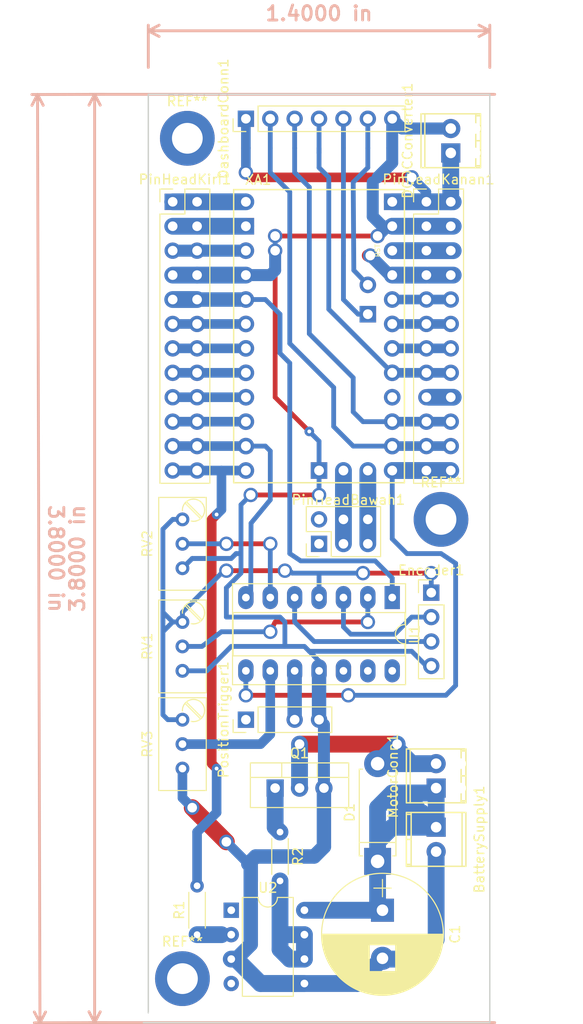
<source format=kicad_pcb>
(kicad_pcb (version 4) (host pcbnew 4.0.7)

  (general
    (links 100)
    (no_connects 17)
    (area 112.824117 55.72 177.426667 161.897)
    (thickness 1.6)
    (drawings 9)
    (tracks 306)
    (zones 0)
    (modules 23)
    (nets 43)
  )

  (page A4)
  (title_block
    (title "Gowin Controller")
    (company "UASC Manufacturing X Gowin")
    (comment 1 "Designed By Muhammad Zharfan Wiranata")
  )

  (layers
    (0 F.Cu signal)
    (1 In1.Cu signal)
    (2 In2.Cu signal)
    (31 B.Cu signal)
    (32 B.Adhes user)
    (33 F.Adhes user)
    (34 B.Paste user)
    (35 F.Paste user)
    (36 B.SilkS user)
    (37 F.SilkS user)
    (38 B.Mask user)
    (39 F.Mask user)
    (40 Dwgs.User user)
    (41 Cmts.User user)
    (42 Eco1.User user)
    (43 Eco2.User user)
    (44 Edge.Cuts user)
    (45 Margin user)
    (46 B.CrtYd user)
    (47 F.CrtYd user)
    (48 B.Fab user)
    (49 F.Fab user)
  )

  (setup
    (last_trace_width 0.25)
    (user_trace_width 0.25)
    (user_trace_width 0.5)
    (user_trace_width 1)
    (user_trace_width 1.25)
    (user_trace_width 1.5)
    (user_trace_width 1.75)
    (trace_clearance 0.2)
    (zone_clearance 0.508)
    (zone_45_only yes)
    (trace_min 0.2)
    (segment_width 0.2)
    (edge_width 0.15)
    (via_size 0.6)
    (via_drill 0.4)
    (via_min_size 0.4)
    (via_min_drill 0.3)
    (user_via 1.5 1)
    (blind_buried_vias_allowed yes)
    (uvia_size 0.3)
    (uvia_drill 0.1)
    (uvias_allowed yes)
    (uvia_min_size 0.2)
    (uvia_min_drill 0.1)
    (pcb_text_width 0.3)
    (pcb_text_size 1.5 1.5)
    (mod_edge_width 0.15)
    (mod_text_size 1 1)
    (mod_text_width 0.15)
    (pad_size 1.7272 1.7272)
    (pad_drill 1.016)
    (pad_to_mask_clearance 0.2)
    (aux_axis_origin 0 0)
    (visible_elements 7FFFFFFF)
    (pcbplotparams
      (layerselection 0x00030_80000001)
      (usegerberextensions false)
      (excludeedgelayer true)
      (linewidth 0.100000)
      (plotframeref false)
      (viasonmask false)
      (mode 1)
      (useauxorigin false)
      (hpglpennumber 1)
      (hpglpenspeed 20)
      (hpglpendiameter 15)
      (hpglpenoverlay 2)
      (psnegative false)
      (psa4output false)
      (plotreference true)
      (plotvalue true)
      (plotinvisibletext false)
      (padsonsilk false)
      (subtractmaskfromsilk false)
      (outputformat 1)
      (mirror false)
      (drillshape 1)
      (scaleselection 1)
      (outputdirectory "PCB Manufacturing File/"))
  )

  (net 0 "")
  (net 1 +BATT)
  (net 2 /Controller/MOTOR-)
  (net 3 +VDC)
  (net 4 /Controller/Button_User_1_IN)
  (net 5 /Controller/Button_User_2_IN)
  (net 6 /Controller/Button_User_3_IN)
  (net 7 /Controller/LCD_SDA)
  (net 8 /Controller/LCD_SCL)
  (net 9 +5V)
  (net 10 /Controller/Encoder_Tick)
  (net 11 /Controller/Encoder_Dir)
  (net 12 /Controller/PositionTrigger_5V)
  (net 13 /Controller/PositionTrigger)
  (net 14 "Net-(R1-Pad1)")
  (net 15 /Controller/MotorPWM_OUT)
  (net 16 "Net-(Q1-Pad1)")
  (net 17 "Net-(R2-Pad2)")
  (net 18 "Net-(RV1-Pad2)")
  (net 19 "Net-(RV2-Pad2)")
  (net 20 "Net-(RV3-Pad2)")
  (net 21 /Controller/ENCODER_IN_Tick)
  (net 22 /Controller/PositionTrigger_IN)
  (net 23 /Controller/ENCODER_IN_Dir)
  (net 24 "Net-(U2-Pad1)")
  (net 25 "Net-(U2-Pad4)")
  (net 26 /Controller/A1)
  (net 27 /Controller/A2)
  (net 28 /Controller/A3)
  (net 29 /Controller/A6)
  (net 30 /Controller/A7)
  (net 31 /Controller/D3)
  (net 32 /Controller/D4)
  (net 33 /Controller/D5)
  (net 34 /Controller/D6)
  (net 35 /Controller/D7)
  (net 36 "Net-(PinHeadBawah1-Pad1)")
  (net 37 "Net-(PinHeadBawah1-Pad2)")
  (net 38 "Net-(PinHeadKanan1-Pad17)")
  (net 39 GND)
  (net 40 /Controller/Reset)
  (net 41 /Controller/TXO)
  (net 42 /Controller/RXI)

  (net_class Default "This is the default net class."
    (clearance 0.2)
    (trace_width 0.25)
    (via_dia 0.6)
    (via_drill 0.4)
    (uvia_dia 0.3)
    (uvia_drill 0.1)
    (add_net /Controller/RXI)
    (add_net /Controller/Reset)
    (add_net /Controller/TXO)
    (add_net GND)
    (add_net "Net-(PinHeadBawah1-Pad1)")
    (add_net "Net-(PinHeadBawah1-Pad2)")
    (add_net "Net-(PinHeadKanan1-Pad17)")
  )

  (net_class "PEJ Min" ""
    (clearance 0.2)
    (trace_width 0.45)
    (via_dia 1.5)
    (via_drill 1)
    (uvia_dia 0.3)
    (uvia_drill 0.1)
    (add_net +5V)
    (add_net +BATT)
    (add_net +VDC)
    (add_net /Controller/A1)
    (add_net /Controller/A2)
    (add_net /Controller/A3)
    (add_net /Controller/A6)
    (add_net /Controller/A7)
    (add_net /Controller/Button_User_1_IN)
    (add_net /Controller/Button_User_2_IN)
    (add_net /Controller/Button_User_3_IN)
    (add_net /Controller/D3)
    (add_net /Controller/D4)
    (add_net /Controller/D5)
    (add_net /Controller/D6)
    (add_net /Controller/D7)
    (add_net /Controller/ENCODER_IN_Dir)
    (add_net /Controller/ENCODER_IN_Tick)
    (add_net /Controller/Encoder_Dir)
    (add_net /Controller/Encoder_Tick)
    (add_net /Controller/LCD_SCL)
    (add_net /Controller/LCD_SDA)
    (add_net /Controller/MOTOR-)
    (add_net /Controller/MotorPWM_OUT)
    (add_net /Controller/PositionTrigger)
    (add_net /Controller/PositionTrigger_5V)
    (add_net /Controller/PositionTrigger_IN)
    (add_net "Net-(Q1-Pad1)")
    (add_net "Net-(R1-Pad1)")
    (add_net "Net-(R2-Pad2)")
    (add_net "Net-(RV1-Pad2)")
    (add_net "Net-(RV2-Pad2)")
    (add_net "Net-(RV3-Pad2)")
    (add_net "Net-(U2-Pad1)")
    (add_net "Net-(U2-Pad4)")
  )

  (module Arduino:Arduino_Mini_Socket (layer F.Cu) (tedit 5D942F09) (tstamp 5D92EAC0)
    (at 140.97 105.41)
    (descr https://store.arduino.cc/arduino-mini-05)
    (path /5D918BCA/5D918FA8)
    (fp_text reference XA1 (at 2.54 -31.496) (layer F.SilkS)
      (effects (font (size 1 1) (thickness 0.15)))
    )
    (fp_text value Arduino_Mini_01_Socket (at 8.89 -15.24 90) (layer F.Fab)
      (effects (font (size 1 1) (thickness 0.15)))
    )
    (fp_line (start -0.254 0.254) (end -0.254 -30.734) (layer F.CrtYd) (width 0.15))
    (fp_line (start -0.254 -30.734) (end 18.034 -30.734) (layer F.CrtYd) (width 0.15))
    (fp_line (start 18.034 -30.734) (end 18.034 0.254) (layer F.CrtYd) (width 0.15))
    (fp_line (start 18.034 0.254) (end -0.254 0.254) (layer F.CrtYd) (width 0.15))
    (fp_text user RST (at 14.986 -24.13 90) (layer F.SilkS)
      (effects (font (size 0.5 0.5) (thickness 0.075)))
    )
    (fp_line (start 0 0) (end 0 -30.48) (layer F.SilkS) (width 0.15))
    (fp_line (start 0 -30.48) (end 17.78 -30.48) (layer F.SilkS) (width 0.15))
    (fp_line (start 17.78 -30.48) (end 17.78 0) (layer F.SilkS) (width 0.15))
    (fp_line (start 17.78 0) (end 0 0) (layer F.SilkS) (width 0.15))
    (pad RST2 thru_hole circle (at 1.27 -24.13) (size 1.7272 1.7272) (drill 1.016) (layers *.Cu *.Mask)
      (net 40 /Controller/Reset))
    (pad D11 thru_hole circle (at 16.51 -3.81) (size 1.7272 1.7272) (drill 1.016) (layers *.Cu *.Mask)
      (net 4 /Controller/Button_User_1_IN))
    (pad D12 thru_hole circle (at 16.51 -6.35) (size 1.7272 1.7272) (drill 1.016) (layers *.Cu *.Mask)
      (net 5 /Controller/Button_User_2_IN))
    (pad D13 thru_hole circle (at 16.51 -8.89) (size 1.7272 1.7272) (drill 1.016) (layers *.Cu *.Mask)
      (net 6 /Controller/Button_User_3_IN))
    (pad A0 thru_hole circle (at 16.51 -11.43) (size 1.7272 1.7272) (drill 1.016) (layers *.Cu *.Mask)
      (net 6 /Controller/Button_User_3_IN))
    (pad A1 thru_hole circle (at 16.51 -13.97) (size 1.7272 1.7272) (drill 1.016) (layers *.Cu *.Mask)
      (net 26 /Controller/A1))
    (pad A2 thru_hole circle (at 16.51 -16.51) (size 1.7272 1.7272) (drill 1.016) (layers *.Cu *.Mask)
      (net 27 /Controller/A2))
    (pad A3 thru_hole circle (at 16.51 -19.05) (size 1.7272 1.7272) (drill 1.016) (layers *.Cu *.Mask)
      (net 28 /Controller/A3))
    (pad 5V1 thru_hole circle (at 16.51 -21.59) (size 1.7272 1.7272) (drill 1.016) (layers *.Cu *.Mask)
      (net 9 +5V))
    (pad RST2 thru_hole circle (at 16.51 -24.13) (size 1.7272 1.7272) (drill 1.016) (layers *.Cu *.Mask)
      (net 40 /Controller/Reset))
    (pad GND2 thru_hole circle (at 16.51 -26.67) (size 1.7272 1.7272) (drill 1.016) (layers *.Cu *.Mask)
      (net 39 GND))
    (pad VIN thru_hole rect (at 16.51 -29.21) (size 1.7272 1.7272) (drill 1.016) (layers *.Cu *.Mask)
      (net 3 +VDC))
    (pad D10 thru_hole circle (at 16.51 -1.27) (size 1.7272 1.7272) (drill 1.016) (layers *.Cu *.Mask)
      (net 22 /Controller/PositionTrigger_IN))
    (pad GND4 thru_hole rect (at 8.89 -1.27) (size 1.7272 1.7272) (drill 1.016) (layers *.Cu *.Mask)
      (net 39 GND))
    (pad A6 thru_hole circle (at 11.43 -1.27) (size 1.7272 1.7272) (drill 1.016) (layers *.Cu *.Mask)
      (net 29 /Controller/A6))
    (pad A7 thru_hole circle (at 13.97 -1.27) (size 1.7272 1.7272) (drill 1.016) (layers *.Cu *.Mask)
      (net 30 /Controller/A7))
    (pad A5 thru_hole circle (at 13.97 -20.574) (size 1.7272 1.7272) (drill 1.016) (layers *.Cu *.Mask)
      (net 8 /Controller/LCD_SCL))
    (pad D1 thru_hole rect (at 1.27 -26.67) (size 1.7272 1.7272) (drill 1.016) (layers *.Cu *.Mask)
      (net 42 /Controller/RXI))
    (pad D0 thru_hole circle (at 1.27 -29.21) (size 1.7272 1.7272) (drill 1.016) (layers *.Cu *.Mask)
      (net 41 /Controller/TXO))
    (pad L0 thru_hole circle (at 1.27 -21.59) (size 1.7272 1.7272) (drill 1.016) (layers *.Cu *.Mask)
      (net 39 GND))
    (pad D2 thru_hole circle (at 1.27 -19.05) (size 1.7272 1.7272) (drill 1.016) (layers *.Cu *.Mask)
      (net 21 /Controller/ENCODER_IN_Tick))
    (pad D3 thru_hole circle (at 1.27 -16.51) (size 1.7272 1.7272) (drill 1.016) (layers *.Cu *.Mask)
      (net 31 /Controller/D3))
    (pad D4 thru_hole circle (at 1.27 -13.97) (size 1.7272 1.7272) (drill 1.016) (layers *.Cu *.Mask)
      (net 32 /Controller/D4))
    (pad D5 thru_hole circle (at 1.27 -11.43) (size 1.7272 1.7272) (drill 1.016) (layers *.Cu *.Mask)
      (net 33 /Controller/D5))
    (pad D6 thru_hole circle (at 1.27 -8.89) (size 1.7272 1.7272) (drill 1.016) (layers *.Cu *.Mask)
      (net 34 /Controller/D6))
    (pad D7 thru_hole circle (at 1.27 -6.35) (size 1.7272 1.7272) (drill 1.016) (layers *.Cu *.Mask)
      (net 35 /Controller/D7))
    (pad D8 thru_hole circle (at 1.27 -3.81) (size 1.7272 1.7272) (drill 1.016) (layers *.Cu *.Mask)
      (net 23 /Controller/ENCODER_IN_Dir))
    (pad A4 thru_hole rect (at 13.97 -17.526) (size 1.7272 1.7272) (drill 1.016) (layers *.Cu *.Mask)
      (net 7 /Controller/LCD_SDA))
    (pad D9 thru_hole circle (at 1.27 -1.27) (size 1.7272 1.7272) (drill 1.016) (layers *.Cu *.Mask)
      (net 15 /Controller/MotorPWM_OUT))
  )

  (module Housings_DIP:DIP-8_W7.62mm (layer F.Cu) (tedit 59C78D6B) (tstamp 5D92EA99)
    (at 140.716 149.86)
    (descr "8-lead though-hole mounted DIP package, row spacing 7.62 mm (300 mils)")
    (tags "THT DIP DIL PDIP 2.54mm 7.62mm 300mil")
    (path /5D918BCA/5D920C95)
    (fp_text reference U2 (at 3.81 -2.33) (layer F.SilkS)
      (effects (font (size 1 1) (thickness 0.15)))
    )
    (fp_text value HCPL3120 (at 3.81 9.95) (layer F.Fab)
      (effects (font (size 1 1) (thickness 0.15)))
    )
    (fp_arc (start 3.81 -1.33) (end 2.81 -1.33) (angle -180) (layer F.SilkS) (width 0.12))
    (fp_line (start 1.635 -1.27) (end 6.985 -1.27) (layer F.Fab) (width 0.1))
    (fp_line (start 6.985 -1.27) (end 6.985 8.89) (layer F.Fab) (width 0.1))
    (fp_line (start 6.985 8.89) (end 0.635 8.89) (layer F.Fab) (width 0.1))
    (fp_line (start 0.635 8.89) (end 0.635 -0.27) (layer F.Fab) (width 0.1))
    (fp_line (start 0.635 -0.27) (end 1.635 -1.27) (layer F.Fab) (width 0.1))
    (fp_line (start 2.81 -1.33) (end 1.16 -1.33) (layer F.SilkS) (width 0.12))
    (fp_line (start 1.16 -1.33) (end 1.16 8.95) (layer F.SilkS) (width 0.12))
    (fp_line (start 1.16 8.95) (end 6.46 8.95) (layer F.SilkS) (width 0.12))
    (fp_line (start 6.46 8.95) (end 6.46 -1.33) (layer F.SilkS) (width 0.12))
    (fp_line (start 6.46 -1.33) (end 4.81 -1.33) (layer F.SilkS) (width 0.12))
    (fp_line (start -1.1 -1.55) (end -1.1 9.15) (layer F.CrtYd) (width 0.05))
    (fp_line (start -1.1 9.15) (end 8.7 9.15) (layer F.CrtYd) (width 0.05))
    (fp_line (start 8.7 9.15) (end 8.7 -1.55) (layer F.CrtYd) (width 0.05))
    (fp_line (start 8.7 -1.55) (end -1.1 -1.55) (layer F.CrtYd) (width 0.05))
    (fp_text user %R (at 3.81 3.81) (layer F.Fab)
      (effects (font (size 1 1) (thickness 0.15)))
    )
    (pad 1 thru_hole rect (at 0 0) (size 1.6 1.6) (drill 0.8) (layers *.Cu *.Mask)
      (net 24 "Net-(U2-Pad1)"))
    (pad 5 thru_hole oval (at 7.62 7.62) (size 1.6 1.6) (drill 0.8) (layers *.Cu *.Mask)
      (net 39 GND))
    (pad 2 thru_hole oval (at 0 2.54) (size 1.6 1.6) (drill 0.8) (layers *.Cu *.Mask)
      (net 14 "Net-(R1-Pad1)"))
    (pad 6 thru_hole oval (at 7.62 5.08) (size 1.6 1.6) (drill 0.8) (layers *.Cu *.Mask)
      (net 17 "Net-(R2-Pad2)"))
    (pad 3 thru_hole oval (at 0 5.08) (size 1.6 1.6) (drill 0.8) (layers *.Cu *.Mask)
      (net 39 GND))
    (pad 7 thru_hole oval (at 7.62 2.54) (size 1.6 1.6) (drill 0.8) (layers *.Cu *.Mask)
      (net 17 "Net-(R2-Pad2)"))
    (pad 4 thru_hole oval (at 0 7.62) (size 1.6 1.6) (drill 0.8) (layers *.Cu *.Mask)
      (net 25 "Net-(U2-Pad4)"))
    (pad 8 thru_hole oval (at 7.62 0) (size 1.6 1.6) (drill 0.8) (layers *.Cu *.Mask)
      (net 1 +BATT))
    (model ${KISYS3DMOD}/Housings_DIP.3dshapes/DIP-8_W7.62mm.wrl
      (at (xyz 0 0 0))
      (scale (xyz 1 1 1))
      (rotate (xyz 0 0 0))
    )
  )

  (module Diodes_THT:D_5W_P10.16mm_Horizontal (layer F.Cu) (tedit 5921392E) (tstamp 5D92EA2D)
    (at 155.956 144.78 90)
    (descr "D, 5W series, Axial, Horizontal, pin pitch=10.16mm, , length*diameter=8.9*3.7mm^2, , http://www.diodes.com/_files/packages/8686949.gif")
    (tags "D 5W series Axial Horizontal pin pitch 10.16mm  length 8.9mm diameter 3.7mm")
    (path /5D918BCA/5D92191A)
    (fp_text reference D1 (at 5.08 -2.91 90) (layer F.SilkS)
      (effects (font (size 1 1) (thickness 0.15)))
    )
    (fp_text value D (at 5.08 2.91 90) (layer F.Fab)
      (effects (font (size 1 1) (thickness 0.15)))
    )
    (fp_text user %R (at 5.08 0 90) (layer F.Fab)
      (effects (font (size 1 1) (thickness 0.15)))
    )
    (fp_line (start 0.63 -1.85) (end 0.63 1.85) (layer F.Fab) (width 0.1))
    (fp_line (start 0.63 1.85) (end 9.53 1.85) (layer F.Fab) (width 0.1))
    (fp_line (start 9.53 1.85) (end 9.53 -1.85) (layer F.Fab) (width 0.1))
    (fp_line (start 9.53 -1.85) (end 0.63 -1.85) (layer F.Fab) (width 0.1))
    (fp_line (start 0 0) (end 0.63 0) (layer F.Fab) (width 0.1))
    (fp_line (start 10.16 0) (end 9.53 0) (layer F.Fab) (width 0.1))
    (fp_line (start 1.965 -1.85) (end 1.965 1.85) (layer F.Fab) (width 0.1))
    (fp_line (start 0.57 -1.58) (end 0.57 -1.91) (layer F.SilkS) (width 0.12))
    (fp_line (start 0.57 -1.91) (end 9.59 -1.91) (layer F.SilkS) (width 0.12))
    (fp_line (start 9.59 -1.91) (end 9.59 -1.58) (layer F.SilkS) (width 0.12))
    (fp_line (start 0.57 1.58) (end 0.57 1.91) (layer F.SilkS) (width 0.12))
    (fp_line (start 0.57 1.91) (end 9.59 1.91) (layer F.SilkS) (width 0.12))
    (fp_line (start 9.59 1.91) (end 9.59 1.58) (layer F.SilkS) (width 0.12))
    (fp_line (start 1.965 -1.91) (end 1.965 1.91) (layer F.SilkS) (width 0.12))
    (fp_line (start -1.65 -2.2) (end -1.65 2.2) (layer F.CrtYd) (width 0.05))
    (fp_line (start -1.65 2.2) (end 11.85 2.2) (layer F.CrtYd) (width 0.05))
    (fp_line (start 11.85 2.2) (end 11.85 -2.2) (layer F.CrtYd) (width 0.05))
    (fp_line (start 11.85 -2.2) (end -1.65 -2.2) (layer F.CrtYd) (width 0.05))
    (pad 1 thru_hole rect (at 0 0 90) (size 2.8 2.8) (drill 1.4) (layers *.Cu *.Mask)
      (net 1 +BATT))
    (pad 2 thru_hole oval (at 10.16 0 90) (size 2.8 2.8) (drill 1.4) (layers *.Cu *.Mask)
      (net 2 /Controller/MOTOR-))
    (model ${KISYS3DMOD}/Diodes_THT.3dshapes/D_5W_P10.16mm_Horizontal.wrl
      (at (xyz 0 0 0))
      (scale (xyz 0.393701 0.393701 0.393701))
      (rotate (xyz 0 0 0))
    )
  )

  (module Pin_Headers:Pin_Header_Straight_1x07_Pitch2.54mm (layer F.Cu) (tedit 5D92FD14) (tstamp 5D92EA38)
    (at 142.24 67.564 90)
    (descr "Through hole straight pin header, 1x07, 2.54mm pitch, single row")
    (tags "Through hole pin header THT 1x07 2.54mm single row")
    (path /5D918BCA/5D918FB8)
    (fp_text reference DashboardConn1 (at 0 -2.33 90) (layer F.SilkS)
      (effects (font (size 1 1) (thickness 0.15)))
    )
    (fp_text value XH2.54_7p (at 0 17.57 90) (layer F.Fab) hide
      (effects (font (size 1 1) (thickness 0.15)))
    )
    (fp_line (start -0.635 -1.27) (end 1.27 -1.27) (layer F.Fab) (width 0.1))
    (fp_line (start 1.27 -1.27) (end 1.27 16.51) (layer F.Fab) (width 0.1))
    (fp_line (start 1.27 16.51) (end -1.27 16.51) (layer F.Fab) (width 0.1))
    (fp_line (start -1.27 16.51) (end -1.27 -0.635) (layer F.Fab) (width 0.1))
    (fp_line (start -1.27 -0.635) (end -0.635 -1.27) (layer F.Fab) (width 0.1))
    (fp_line (start -1.33 16.57) (end 1.33 16.57) (layer F.SilkS) (width 0.12))
    (fp_line (start -1.33 1.27) (end -1.33 16.57) (layer F.SilkS) (width 0.12))
    (fp_line (start 1.33 1.27) (end 1.33 16.57) (layer F.SilkS) (width 0.12))
    (fp_line (start -1.33 1.27) (end 1.33 1.27) (layer F.SilkS) (width 0.12))
    (fp_line (start -1.33 0) (end -1.33 -1.33) (layer F.SilkS) (width 0.12))
    (fp_line (start -1.33 -1.33) (end 0 -1.33) (layer F.SilkS) (width 0.12))
    (fp_line (start -1.8 -1.8) (end -1.8 17.05) (layer F.CrtYd) (width 0.05))
    (fp_line (start -1.8 17.05) (end 1.8 17.05) (layer F.CrtYd) (width 0.05))
    (fp_line (start 1.8 17.05) (end 1.8 -1.8) (layer F.CrtYd) (width 0.05))
    (fp_line (start 1.8 -1.8) (end -1.8 -1.8) (layer F.CrtYd) (width 0.05))
    (fp_text user %R (at -3.048 8.636 180) (layer F.Fab)
      (effects (font (size 1 1) (thickness 0.15)))
    )
    (pad 1 thru_hole rect (at 0 0 90) (size 1.7 1.7) (drill 1) (layers *.Cu *.Mask)
      (net 3 +VDC))
    (pad 2 thru_hole oval (at 0 2.54 90) (size 1.7 1.7) (drill 1) (layers *.Cu *.Mask)
      (net 4 /Controller/Button_User_1_IN))
    (pad 3 thru_hole oval (at 0 5.08 90) (size 1.7 1.7) (drill 1) (layers *.Cu *.Mask)
      (net 5 /Controller/Button_User_2_IN))
    (pad 4 thru_hole oval (at 0 7.62 90) (size 1.7 1.7) (drill 1) (layers *.Cu *.Mask)
      (net 6 /Controller/Button_User_3_IN))
    (pad 5 thru_hole oval (at 0 10.16 90) (size 1.7 1.7) (drill 1) (layers *.Cu *.Mask)
      (net 7 /Controller/LCD_SDA))
    (pad 6 thru_hole oval (at 0 12.7 90) (size 1.7 1.7) (drill 1) (layers *.Cu *.Mask)
      (net 8 /Controller/LCD_SCL))
    (pad 7 thru_hole oval (at 0 15.24 90) (size 1.7 1.7) (drill 1) (layers *.Cu *.Mask)
      (net 39 GND))
    (model ${KISYS3DMOD}/Pin_Headers.3dshapes/Pin_Header_Straight_1x07_Pitch2.54mm.wrl
      (at (xyz 0 0 0))
      (scale (xyz 1 1 1))
      (rotate (xyz 0 0 0))
    )
  )

  (module TerminalBlocks_Phoenix:TerminalBlock_Phoenix_MPT-2.54mm_2pol (layer F.Cu) (tedit 59FF0755) (tstamp 5D92EA5A)
    (at 162.052 137.16 90)
    (descr "2-way 2.54mm pitch terminal block, Phoenix MPT series")
    (path /5D918BCA/5D921D83)
    (fp_text reference MotorConn1 (at 1.27 -4.50088 90) (layer F.SilkS)
      (effects (font (size 1 1) (thickness 0.15)))
    )
    (fp_text value Conn_1x2 (at 1.27 4.50088 90) (layer F.Fab)
      (effects (font (size 1 1) (thickness 0.15)))
    )
    (fp_text user %R (at 1.27 1.045 90) (layer F.Fab)
      (effects (font (size 1 1) (thickness 0.15)))
    )
    (fp_line (start -1.7 -3.3) (end 4.3 -3.3) (layer F.CrtYd) (width 0.05))
    (fp_line (start -1.7 3.3) (end -1.7 -3.3) (layer F.CrtYd) (width 0.05))
    (fp_line (start 4.3 3.3) (end -1.7 3.3) (layer F.CrtYd) (width 0.05))
    (fp_line (start 4.3 -3.3) (end 4.3 3.3) (layer F.CrtYd) (width 0.05))
    (fp_line (start 4.06908 2.60096) (end -1.52908 2.60096) (layer F.SilkS) (width 0.15))
    (fp_line (start -1.33096 3.0988) (end -1.33096 2.60096) (layer F.SilkS) (width 0.15))
    (fp_line (start 3.87096 2.60096) (end 3.87096 3.0988) (layer F.SilkS) (width 0.15))
    (fp_line (start 1.27 3.0988) (end 1.27 2.60096) (layer F.SilkS) (width 0.15))
    (fp_line (start -1.52908 -2.70002) (end 4.06908 -2.70002) (layer F.SilkS) (width 0.15))
    (fp_line (start -1.52908 3.0988) (end 4.06908 3.0988) (layer F.SilkS) (width 0.15))
    (fp_line (start 4.06908 3.0988) (end 4.06908 -3.0988) (layer F.SilkS) (width 0.15))
    (fp_line (start 4.06908 -3.0988) (end -1.52908 -3.0988) (layer F.SilkS) (width 0.15))
    (fp_line (start -1.52908 -3.0988) (end -1.52908 3.0988) (layer F.SilkS) (width 0.15))
    (pad 2 thru_hole oval (at 2.54 0 90) (size 1.99898 1.99898) (drill 1.09728) (layers *.Cu *.Mask)
      (net 2 /Controller/MOTOR-))
    (pad 1 thru_hole rect (at 0 0 90) (size 1.99898 1.99898) (drill 1.09728) (layers *.Cu *.Mask)
      (net 1 +BATT))
    (pad "" np_thru_hole circle (at 0 2.54 90) (size 1.1 1.1) (drill 1.1) (layers *.Cu *.Mask))
    (pad "" np_thru_hole circle (at 2.54 2.54 90) (size 1.1 1.1) (drill 1.1) (layers *.Cu *.Mask))
    (model ${KISYS3DMOD}/TerminalBlock_Phoenix.3dshapes/TerminalBlock_Phoenix_MPT-2.54mm_2pol.wrl
      (at (xyz 0.05 0 0))
      (scale (xyz 1 1 1))
      (rotate (xyz 0 0 0))
    )
  )

  (module Resistors_THT:R_Axial_DIN0204_L3.6mm_D1.6mm_P5.08mm_Horizontal (layer F.Cu) (tedit 5874F706) (tstamp 5D92EA60)
    (at 137.16 152.4 90)
    (descr "Resistor, Axial_DIN0204 series, Axial, Horizontal, pin pitch=5.08mm, 0.16666666666666666W = 1/6W, length*diameter=3.6*1.6mm^2, http://cdn-reichelt.de/documents/datenblatt/B400/1_4W%23YAG.pdf")
    (tags "Resistor Axial_DIN0204 series Axial Horizontal pin pitch 5.08mm 0.16666666666666666W = 1/6W length 3.6mm diameter 1.6mm")
    (path /5D918BCA/5D92424D)
    (fp_text reference R1 (at 2.54 -1.86 90) (layer F.SilkS)
      (effects (font (size 1 1) (thickness 0.15)))
    )
    (fp_text value R (at 2.54 1.86 90) (layer F.Fab)
      (effects (font (size 1 1) (thickness 0.15)))
    )
    (fp_line (start 0.74 -0.8) (end 0.74 0.8) (layer F.Fab) (width 0.1))
    (fp_line (start 0.74 0.8) (end 4.34 0.8) (layer F.Fab) (width 0.1))
    (fp_line (start 4.34 0.8) (end 4.34 -0.8) (layer F.Fab) (width 0.1))
    (fp_line (start 4.34 -0.8) (end 0.74 -0.8) (layer F.Fab) (width 0.1))
    (fp_line (start 0 0) (end 0.74 0) (layer F.Fab) (width 0.1))
    (fp_line (start 5.08 0) (end 4.34 0) (layer F.Fab) (width 0.1))
    (fp_line (start 0.68 -0.86) (end 4.4 -0.86) (layer F.SilkS) (width 0.12))
    (fp_line (start 0.68 0.86) (end 4.4 0.86) (layer F.SilkS) (width 0.12))
    (fp_line (start -0.95 -1.15) (end -0.95 1.15) (layer F.CrtYd) (width 0.05))
    (fp_line (start -0.95 1.15) (end 6.05 1.15) (layer F.CrtYd) (width 0.05))
    (fp_line (start 6.05 1.15) (end 6.05 -1.15) (layer F.CrtYd) (width 0.05))
    (fp_line (start 6.05 -1.15) (end -0.95 -1.15) (layer F.CrtYd) (width 0.05))
    (pad 1 thru_hole circle (at 0 0 90) (size 1.4 1.4) (drill 0.7) (layers *.Cu *.Mask)
      (net 14 "Net-(R1-Pad1)"))
    (pad 2 thru_hole oval (at 5.08 0 90) (size 1.4 1.4) (drill 0.7) (layers *.Cu *.Mask)
      (net 15 /Controller/MotorPWM_OUT))
    (model ${KISYS3DMOD}/Resistors_THT.3dshapes/R_Axial_DIN0204_L3.6mm_D1.6mm_P5.08mm_Horizontal.wrl
      (at (xyz 0 0 0))
      (scale (xyz 0.393701 0.393701 0.393701))
      (rotate (xyz 0 0 0))
    )
  )

  (module Resistors_THT:R_Axial_DIN0204_L3.6mm_D1.6mm_P5.08mm_Horizontal (layer F.Cu) (tedit 5874F706) (tstamp 5D92EA66)
    (at 145.796 141.732 270)
    (descr "Resistor, Axial_DIN0204 series, Axial, Horizontal, pin pitch=5.08mm, 0.16666666666666666W = 1/6W, length*diameter=3.6*1.6mm^2, http://cdn-reichelt.de/documents/datenblatt/B400/1_4W%23YAG.pdf")
    (tags "Resistor Axial_DIN0204 series Axial Horizontal pin pitch 5.08mm 0.16666666666666666W = 1/6W length 3.6mm diameter 1.6mm")
    (path /5D918BCA/5D9226FE)
    (fp_text reference R2 (at 2.54 -1.86 270) (layer F.SilkS)
      (effects (font (size 1 1) (thickness 0.15)))
    )
    (fp_text value R (at 2.54 1.86 270) (layer F.Fab)
      (effects (font (size 1 1) (thickness 0.15)))
    )
    (fp_line (start 0.74 -0.8) (end 0.74 0.8) (layer F.Fab) (width 0.1))
    (fp_line (start 0.74 0.8) (end 4.34 0.8) (layer F.Fab) (width 0.1))
    (fp_line (start 4.34 0.8) (end 4.34 -0.8) (layer F.Fab) (width 0.1))
    (fp_line (start 4.34 -0.8) (end 0.74 -0.8) (layer F.Fab) (width 0.1))
    (fp_line (start 0 0) (end 0.74 0) (layer F.Fab) (width 0.1))
    (fp_line (start 5.08 0) (end 4.34 0) (layer F.Fab) (width 0.1))
    (fp_line (start 0.68 -0.86) (end 4.4 -0.86) (layer F.SilkS) (width 0.12))
    (fp_line (start 0.68 0.86) (end 4.4 0.86) (layer F.SilkS) (width 0.12))
    (fp_line (start -0.95 -1.15) (end -0.95 1.15) (layer F.CrtYd) (width 0.05))
    (fp_line (start -0.95 1.15) (end 6.05 1.15) (layer F.CrtYd) (width 0.05))
    (fp_line (start 6.05 1.15) (end 6.05 -1.15) (layer F.CrtYd) (width 0.05))
    (fp_line (start 6.05 -1.15) (end -0.95 -1.15) (layer F.CrtYd) (width 0.05))
    (pad 1 thru_hole circle (at 0 0 270) (size 1.4 1.4) (drill 0.7) (layers *.Cu *.Mask)
      (net 16 "Net-(Q1-Pad1)"))
    (pad 2 thru_hole oval (at 5.08 0 270) (size 1.4 1.4) (drill 0.7) (layers *.Cu *.Mask)
      (net 17 "Net-(R2-Pad2)"))
    (model ${KISYS3DMOD}/Resistors_THT.3dshapes/R_Axial_DIN0204_L3.6mm_D1.6mm_P5.08mm_Horizontal.wrl
      (at (xyz 0 0 0))
      (scale (xyz 0.393701 0.393701 0.393701))
      (rotate (xyz 0 0 0))
    )
  )

  (module Potentiometers:Potentiometer_Trimmer_Bourns_3296W (layer F.Cu) (tedit 58826ECB) (tstamp 5D92EA6D)
    (at 135.636 119.888 90)
    (descr "Spindle Trimmer Potentiometer, Bourns 3296W, https://www.bourns.com/pdfs/3296.pdf")
    (tags "Spindle Trimmer Potentiometer   Bourns 3296W")
    (path /5D918BCA/5D918FA1)
    (fp_text reference RV1 (at -2.54 -3.66 90) (layer F.SilkS)
      (effects (font (size 1 1) (thickness 0.15)))
    )
    (fp_text value POT_TRIM (at -2.54 3.67 90) (layer F.Fab)
      (effects (font (size 1 1) (thickness 0.15)))
    )
    (fp_arc (start 0.955 1.15) (end 0.955 2.305) (angle -182) (layer F.SilkS) (width 0.12))
    (fp_arc (start 0.955 1.15) (end -0.174 0.91) (angle -103) (layer F.SilkS) (width 0.12))
    (fp_circle (center 0.955 1.15) (end 2.05 1.15) (layer F.Fab) (width 0.1))
    (fp_line (start -7.305 -2.41) (end -7.305 2.42) (layer F.Fab) (width 0.1))
    (fp_line (start -7.305 2.42) (end 2.225 2.42) (layer F.Fab) (width 0.1))
    (fp_line (start 2.225 2.42) (end 2.225 -2.41) (layer F.Fab) (width 0.1))
    (fp_line (start 2.225 -2.41) (end -7.305 -2.41) (layer F.Fab) (width 0.1))
    (fp_line (start 1.786 0.454) (end 0.259 1.981) (layer F.Fab) (width 0.1))
    (fp_line (start 1.652 0.32) (end 0.125 1.847) (layer F.Fab) (width 0.1))
    (fp_line (start -7.365 -2.47) (end 2.285 -2.47) (layer F.SilkS) (width 0.12))
    (fp_line (start -7.365 2.481) (end 2.285 2.481) (layer F.SilkS) (width 0.12))
    (fp_line (start -7.365 -2.47) (end -7.365 2.481) (layer F.SilkS) (width 0.12))
    (fp_line (start 2.285 -2.47) (end 2.285 2.481) (layer F.SilkS) (width 0.12))
    (fp_line (start 1.831 0.416) (end 0.22 2.026) (layer F.SilkS) (width 0.12))
    (fp_line (start 1.691 0.275) (end 0.079 1.885) (layer F.SilkS) (width 0.12))
    (fp_line (start -7.6 -2.7) (end -7.6 2.7) (layer F.CrtYd) (width 0.05))
    (fp_line (start -7.6 2.7) (end 2.5 2.7) (layer F.CrtYd) (width 0.05))
    (fp_line (start 2.5 2.7) (end 2.5 -2.7) (layer F.CrtYd) (width 0.05))
    (fp_line (start 2.5 -2.7) (end -7.6 -2.7) (layer F.CrtYd) (width 0.05))
    (pad 1 thru_hole circle (at 0 0 90) (size 1.44 1.44) (drill 0.8) (layers *.Cu *.Mask)
      (net 9 +5V))
    (pad 2 thru_hole circle (at -2.54 0 90) (size 1.44 1.44) (drill 0.8) (layers *.Cu *.Mask)
      (net 18 "Net-(RV1-Pad2)"))
    (pad 3 thru_hole circle (at -5.08 0 90) (size 1.44 1.44) (drill 0.8) (layers *.Cu *.Mask)
      (net 39 GND))
    (model Potentiometers.3dshapes/Potentiometer_Trimmer_Bourns_3296W.wrl
      (at (xyz 0 0 0))
      (scale (xyz 1 1 1))
      (rotate (xyz 0 0 -90))
    )
  )

  (module Potentiometers:Potentiometer_Trimmer_Bourns_3296W (layer F.Cu) (tedit 58826ECB) (tstamp 5D92EA74)
    (at 135.636 109.22 90)
    (descr "Spindle Trimmer Potentiometer, Bourns 3296W, https://www.bourns.com/pdfs/3296.pdf")
    (tags "Spindle Trimmer Potentiometer   Bourns 3296W")
    (path /5D918BCA/5D918F95)
    (fp_text reference RV2 (at -2.54 -3.66 90) (layer F.SilkS)
      (effects (font (size 1 1) (thickness 0.15)))
    )
    (fp_text value POT_TRIM (at -2.54 3.67 90) (layer F.Fab)
      (effects (font (size 1 1) (thickness 0.15)))
    )
    (fp_arc (start 0.955 1.15) (end 0.955 2.305) (angle -182) (layer F.SilkS) (width 0.12))
    (fp_arc (start 0.955 1.15) (end -0.174 0.91) (angle -103) (layer F.SilkS) (width 0.12))
    (fp_circle (center 0.955 1.15) (end 2.05 1.15) (layer F.Fab) (width 0.1))
    (fp_line (start -7.305 -2.41) (end -7.305 2.42) (layer F.Fab) (width 0.1))
    (fp_line (start -7.305 2.42) (end 2.225 2.42) (layer F.Fab) (width 0.1))
    (fp_line (start 2.225 2.42) (end 2.225 -2.41) (layer F.Fab) (width 0.1))
    (fp_line (start 2.225 -2.41) (end -7.305 -2.41) (layer F.Fab) (width 0.1))
    (fp_line (start 1.786 0.454) (end 0.259 1.981) (layer F.Fab) (width 0.1))
    (fp_line (start 1.652 0.32) (end 0.125 1.847) (layer F.Fab) (width 0.1))
    (fp_line (start -7.365 -2.47) (end 2.285 -2.47) (layer F.SilkS) (width 0.12))
    (fp_line (start -7.365 2.481) (end 2.285 2.481) (layer F.SilkS) (width 0.12))
    (fp_line (start -7.365 -2.47) (end -7.365 2.481) (layer F.SilkS) (width 0.12))
    (fp_line (start 2.285 -2.47) (end 2.285 2.481) (layer F.SilkS) (width 0.12))
    (fp_line (start 1.831 0.416) (end 0.22 2.026) (layer F.SilkS) (width 0.12))
    (fp_line (start 1.691 0.275) (end 0.079 1.885) (layer F.SilkS) (width 0.12))
    (fp_line (start -7.6 -2.7) (end -7.6 2.7) (layer F.CrtYd) (width 0.05))
    (fp_line (start -7.6 2.7) (end 2.5 2.7) (layer F.CrtYd) (width 0.05))
    (fp_line (start 2.5 2.7) (end 2.5 -2.7) (layer F.CrtYd) (width 0.05))
    (fp_line (start 2.5 -2.7) (end -7.6 -2.7) (layer F.CrtYd) (width 0.05))
    (pad 1 thru_hole circle (at 0 0 90) (size 1.44 1.44) (drill 0.8) (layers *.Cu *.Mask)
      (net 9 +5V))
    (pad 2 thru_hole circle (at -2.54 0 90) (size 1.44 1.44) (drill 0.8) (layers *.Cu *.Mask)
      (net 19 "Net-(RV2-Pad2)"))
    (pad 3 thru_hole circle (at -5.08 0 90) (size 1.44 1.44) (drill 0.8) (layers *.Cu *.Mask)
      (net 39 GND))
    (model Potentiometers.3dshapes/Potentiometer_Trimmer_Bourns_3296W.wrl
      (at (xyz 0 0 0))
      (scale (xyz 1 1 1))
      (rotate (xyz 0 0 -90))
    )
  )

  (module Potentiometers:Potentiometer_Trimmer_Bourns_3296W (layer F.Cu) (tedit 58826ECB) (tstamp 5D92EA7B)
    (at 135.636 130.048 90)
    (descr "Spindle Trimmer Potentiometer, Bourns 3296W, https://www.bourns.com/pdfs/3296.pdf")
    (tags "Spindle Trimmer Potentiometer   Bourns 3296W")
    (path /5D918BCA/5D918F96)
    (fp_text reference RV3 (at -2.54 -3.66 90) (layer F.SilkS)
      (effects (font (size 1 1) (thickness 0.15)))
    )
    (fp_text value POT_TRIM (at -2.54 3.67 90) (layer F.Fab)
      (effects (font (size 1 1) (thickness 0.15)))
    )
    (fp_arc (start 0.955 1.15) (end 0.955 2.305) (angle -182) (layer F.SilkS) (width 0.12))
    (fp_arc (start 0.955 1.15) (end -0.174 0.91) (angle -103) (layer F.SilkS) (width 0.12))
    (fp_circle (center 0.955 1.15) (end 2.05 1.15) (layer F.Fab) (width 0.1))
    (fp_line (start -7.305 -2.41) (end -7.305 2.42) (layer F.Fab) (width 0.1))
    (fp_line (start -7.305 2.42) (end 2.225 2.42) (layer F.Fab) (width 0.1))
    (fp_line (start 2.225 2.42) (end 2.225 -2.41) (layer F.Fab) (width 0.1))
    (fp_line (start 2.225 -2.41) (end -7.305 -2.41) (layer F.Fab) (width 0.1))
    (fp_line (start 1.786 0.454) (end 0.259 1.981) (layer F.Fab) (width 0.1))
    (fp_line (start 1.652 0.32) (end 0.125 1.847) (layer F.Fab) (width 0.1))
    (fp_line (start -7.365 -2.47) (end 2.285 -2.47) (layer F.SilkS) (width 0.12))
    (fp_line (start -7.365 2.481) (end 2.285 2.481) (layer F.SilkS) (width 0.12))
    (fp_line (start -7.365 -2.47) (end -7.365 2.481) (layer F.SilkS) (width 0.12))
    (fp_line (start 2.285 -2.47) (end 2.285 2.481) (layer F.SilkS) (width 0.12))
    (fp_line (start 1.831 0.416) (end 0.22 2.026) (layer F.SilkS) (width 0.12))
    (fp_line (start 1.691 0.275) (end 0.079 1.885) (layer F.SilkS) (width 0.12))
    (fp_line (start -7.6 -2.7) (end -7.6 2.7) (layer F.CrtYd) (width 0.05))
    (fp_line (start -7.6 2.7) (end 2.5 2.7) (layer F.CrtYd) (width 0.05))
    (fp_line (start 2.5 2.7) (end 2.5 -2.7) (layer F.CrtYd) (width 0.05))
    (fp_line (start 2.5 -2.7) (end -7.6 -2.7) (layer F.CrtYd) (width 0.05))
    (pad 1 thru_hole circle (at 0 0 90) (size 1.44 1.44) (drill 0.8) (layers *.Cu *.Mask)
      (net 9 +5V))
    (pad 2 thru_hole circle (at -2.54 0 90) (size 1.44 1.44) (drill 0.8) (layers *.Cu *.Mask)
      (net 20 "Net-(RV3-Pad2)"))
    (pad 3 thru_hole circle (at -5.08 0 90) (size 1.44 1.44) (drill 0.8) (layers *.Cu *.Mask)
      (net 39 GND))
    (model Potentiometers.3dshapes/Potentiometer_Trimmer_Bourns_3296W.wrl
      (at (xyz 0 0 0))
      (scale (xyz 1 1 1))
      (rotate (xyz 0 0 -90))
    )
  )

  (module Housings_DIP:DIP-14_W7.62mm_Socket_LongPads (layer F.Cu) (tedit 59C78D6B) (tstamp 5D92EA8D)
    (at 157.48 117.348 270)
    (descr "14-lead though-hole mounted DIP package, row spacing 7.62 mm (300 mils), Socket, LongPads")
    (tags "THT DIP DIL PDIP 2.54mm 7.62mm 300mil Socket LongPads")
    (path /5D918BCA/5D918F92)
    (fp_text reference U1 (at 3.81 -2.33 270) (layer F.SilkS)
      (effects (font (size 1 1) (thickness 0.15)))
    )
    (fp_text value LM324 (at 3.81 17.57 270) (layer F.Fab)
      (effects (font (size 1 1) (thickness 0.15)))
    )
    (fp_arc (start 3.81 -1.33) (end 2.81 -1.33) (angle -180) (layer F.SilkS) (width 0.12))
    (fp_line (start 1.635 -1.27) (end 6.985 -1.27) (layer F.Fab) (width 0.1))
    (fp_line (start 6.985 -1.27) (end 6.985 16.51) (layer F.Fab) (width 0.1))
    (fp_line (start 6.985 16.51) (end 0.635 16.51) (layer F.Fab) (width 0.1))
    (fp_line (start 0.635 16.51) (end 0.635 -0.27) (layer F.Fab) (width 0.1))
    (fp_line (start 0.635 -0.27) (end 1.635 -1.27) (layer F.Fab) (width 0.1))
    (fp_line (start -1.27 -1.33) (end -1.27 16.57) (layer F.Fab) (width 0.1))
    (fp_line (start -1.27 16.57) (end 8.89 16.57) (layer F.Fab) (width 0.1))
    (fp_line (start 8.89 16.57) (end 8.89 -1.33) (layer F.Fab) (width 0.1))
    (fp_line (start 8.89 -1.33) (end -1.27 -1.33) (layer F.Fab) (width 0.1))
    (fp_line (start 2.81 -1.33) (end 1.56 -1.33) (layer F.SilkS) (width 0.12))
    (fp_line (start 1.56 -1.33) (end 1.56 16.57) (layer F.SilkS) (width 0.12))
    (fp_line (start 1.56 16.57) (end 6.06 16.57) (layer F.SilkS) (width 0.12))
    (fp_line (start 6.06 16.57) (end 6.06 -1.33) (layer F.SilkS) (width 0.12))
    (fp_line (start 6.06 -1.33) (end 4.81 -1.33) (layer F.SilkS) (width 0.12))
    (fp_line (start -1.44 -1.39) (end -1.44 16.63) (layer F.SilkS) (width 0.12))
    (fp_line (start -1.44 16.63) (end 9.06 16.63) (layer F.SilkS) (width 0.12))
    (fp_line (start 9.06 16.63) (end 9.06 -1.39) (layer F.SilkS) (width 0.12))
    (fp_line (start 9.06 -1.39) (end -1.44 -1.39) (layer F.SilkS) (width 0.12))
    (fp_line (start -1.55 -1.6) (end -1.55 16.85) (layer F.CrtYd) (width 0.05))
    (fp_line (start -1.55 16.85) (end 9.15 16.85) (layer F.CrtYd) (width 0.05))
    (fp_line (start 9.15 16.85) (end 9.15 -1.6) (layer F.CrtYd) (width 0.05))
    (fp_line (start 9.15 -1.6) (end -1.55 -1.6) (layer F.CrtYd) (width 0.05))
    (fp_text user %R (at 3.81 7.62 270) (layer F.Fab)
      (effects (font (size 1 1) (thickness 0.15)))
    )
    (pad 1 thru_hole rect (at 0 0 270) (size 2.4 1.6) (drill 0.8) (layers *.Cu *.Mask)
      (net 21 /Controller/ENCODER_IN_Tick))
    (pad 8 thru_hole oval (at 7.62 15.24 270) (size 2.4 1.6) (drill 0.8) (layers *.Cu *.Mask)
      (net 22 /Controller/PositionTrigger_IN))
    (pad 2 thru_hole oval (at 0 2.54 270) (size 2.4 1.6) (drill 0.8) (layers *.Cu *.Mask)
      (net 18 "Net-(RV1-Pad2)"))
    (pad 9 thru_hole oval (at 7.62 12.7 270) (size 2.4 1.6) (drill 0.8) (layers *.Cu *.Mask)
      (net 20 "Net-(RV3-Pad2)"))
    (pad 3 thru_hole oval (at 0 5.08 270) (size 2.4 1.6) (drill 0.8) (layers *.Cu *.Mask)
      (net 10 /Controller/Encoder_Tick))
    (pad 10 thru_hole oval (at 7.62 10.16 270) (size 2.4 1.6) (drill 0.8) (layers *.Cu *.Mask)
      (net 13 /Controller/PositionTrigger))
    (pad 4 thru_hole oval (at 0 7.62 270) (size 2.4 1.6) (drill 0.8) (layers *.Cu *.Mask)
      (net 9 +5V))
    (pad 11 thru_hole oval (at 7.62 7.62 270) (size 2.4 1.6) (drill 0.8) (layers *.Cu *.Mask)
      (net 39 GND))
    (pad 5 thru_hole oval (at 0 10.16 270) (size 2.4 1.6) (drill 0.8) (layers *.Cu *.Mask)
      (net 11 /Controller/Encoder_Dir))
    (pad 12 thru_hole oval (at 7.62 5.08 270) (size 2.4 1.6) (drill 0.8) (layers *.Cu *.Mask))
    (pad 6 thru_hole oval (at 0 12.7 270) (size 2.4 1.6) (drill 0.8) (layers *.Cu *.Mask)
      (net 19 "Net-(RV2-Pad2)"))
    (pad 13 thru_hole oval (at 7.62 2.54 270) (size 2.4 1.6) (drill 0.8) (layers *.Cu *.Mask))
    (pad 7 thru_hole oval (at 0 15.24 270) (size 2.4 1.6) (drill 0.8) (layers *.Cu *.Mask)
      (net 23 /Controller/ENCODER_IN_Dir))
    (pad 14 thru_hole oval (at 7.62 0 270) (size 2.4 1.6) (drill 0.8) (layers *.Cu *.Mask))
    (model ${KISYS3DMOD}/Housings_DIP.3dshapes/DIP-14_W7.62mm_Socket.wrl
      (at (xyz 0 0 0))
      (scale (xyz 1 1 1))
      (rotate (xyz 0 0 0))
    )
  )

  (module TO_SOT_Packages_THT:TO-220-3_Vertical (layer F.Cu) (tedit 58CE52AD) (tstamp 5D92EDB5)
    (at 145.288 137.16)
    (descr "TO-220-3, Vertical, RM 2.54mm")
    (tags "TO-220-3 Vertical RM 2.54mm")
    (path /5D918BCA/5D92182F)
    (fp_text reference Q1 (at 2.54 -3.62) (layer F.SilkS)
      (effects (font (size 1 1) (thickness 0.15)))
    )
    (fp_text value IRF3205 (at 2.54 3.92) (layer F.Fab)
      (effects (font (size 1 1) (thickness 0.15)))
    )
    (fp_text user %R (at 2.54 -3.62) (layer F.Fab)
      (effects (font (size 1 1) (thickness 0.15)))
    )
    (fp_line (start -2.46 -2.5) (end -2.46 1.9) (layer F.Fab) (width 0.1))
    (fp_line (start -2.46 1.9) (end 7.54 1.9) (layer F.Fab) (width 0.1))
    (fp_line (start 7.54 1.9) (end 7.54 -2.5) (layer F.Fab) (width 0.1))
    (fp_line (start 7.54 -2.5) (end -2.46 -2.5) (layer F.Fab) (width 0.1))
    (fp_line (start -2.46 -1.23) (end 7.54 -1.23) (layer F.Fab) (width 0.1))
    (fp_line (start 0.69 -2.5) (end 0.69 -1.23) (layer F.Fab) (width 0.1))
    (fp_line (start 4.39 -2.5) (end 4.39 -1.23) (layer F.Fab) (width 0.1))
    (fp_line (start -2.58 -2.62) (end 7.66 -2.62) (layer F.SilkS) (width 0.12))
    (fp_line (start -2.58 2.021) (end 7.66 2.021) (layer F.SilkS) (width 0.12))
    (fp_line (start -2.58 -2.62) (end -2.58 2.021) (layer F.SilkS) (width 0.12))
    (fp_line (start 7.66 -2.62) (end 7.66 2.021) (layer F.SilkS) (width 0.12))
    (fp_line (start -2.58 -1.11) (end 7.66 -1.11) (layer F.SilkS) (width 0.12))
    (fp_line (start 0.69 -2.62) (end 0.69 -1.11) (layer F.SilkS) (width 0.12))
    (fp_line (start 4.391 -2.62) (end 4.391 -1.11) (layer F.SilkS) (width 0.12))
    (fp_line (start -2.71 -2.75) (end -2.71 2.16) (layer F.CrtYd) (width 0.05))
    (fp_line (start -2.71 2.16) (end 7.79 2.16) (layer F.CrtYd) (width 0.05))
    (fp_line (start 7.79 2.16) (end 7.79 -2.75) (layer F.CrtYd) (width 0.05))
    (fp_line (start 7.79 -2.75) (end -2.71 -2.75) (layer F.CrtYd) (width 0.05))
    (pad 1 thru_hole rect (at 0 0) (size 1.8 1.8) (drill 1) (layers *.Cu *.Mask)
      (net 16 "Net-(Q1-Pad1)"))
    (pad 2 thru_hole oval (at 2.54 0) (size 1.8 1.8) (drill 1) (layers *.Cu *.Mask)
      (net 2 /Controller/MOTOR-))
    (pad 3 thru_hole oval (at 5.08 0) (size 1.8 1.8) (drill 1) (layers *.Cu *.Mask)
      (net 39 GND))
    (model ${KISYS3DMOD}/TO_SOT_Packages_THT.3dshapes/TO-220-3_Vertical.wrl
      (at (xyz 0.1 0 0))
      (scale (xyz 0.393701 0.393701 0.393701))
      (rotate (xyz 0 0 0))
    )
  )

  (module Capacitors_THT:CP_Radial_D12.5mm_P5.00mm (layer F.Cu) (tedit 597BC7C2) (tstamp 5D92F2A7)
    (at 156.464 149.86 270)
    (descr "CP, Radial series, Radial, pin pitch=5.00mm, , diameter=12.5mm, Electrolytic Capacitor")
    (tags "CP Radial series Radial pin pitch 5.00mm  diameter 12.5mm Electrolytic Capacitor")
    (path /5D918BCA/5D937746)
    (fp_text reference C1 (at 2.5 -7.56 270) (layer F.SilkS)
      (effects (font (size 1 1) (thickness 0.15)))
    )
    (fp_text value CP (at 2.5 7.56 270) (layer F.Fab)
      (effects (font (size 1 1) (thickness 0.15)))
    )
    (fp_circle (center 2.5 0) (end 8.75 0) (layer F.Fab) (width 0.1))
    (fp_circle (center 2.5 0) (end 8.84 0) (layer F.SilkS) (width 0.12))
    (fp_line (start -3.2 0) (end -1.4 0) (layer F.Fab) (width 0.1))
    (fp_line (start -2.3 -0.9) (end -2.3 0.9) (layer F.Fab) (width 0.1))
    (fp_line (start 2.5 -6.3) (end 2.5 6.3) (layer F.SilkS) (width 0.12))
    (fp_line (start 2.54 -6.3) (end 2.54 6.3) (layer F.SilkS) (width 0.12))
    (fp_line (start 2.58 -6.3) (end 2.58 6.3) (layer F.SilkS) (width 0.12))
    (fp_line (start 2.62 -6.299) (end 2.62 6.299) (layer F.SilkS) (width 0.12))
    (fp_line (start 2.66 -6.298) (end 2.66 6.298) (layer F.SilkS) (width 0.12))
    (fp_line (start 2.7 -6.297) (end 2.7 6.297) (layer F.SilkS) (width 0.12))
    (fp_line (start 2.74 -6.296) (end 2.74 6.296) (layer F.SilkS) (width 0.12))
    (fp_line (start 2.78 -6.294) (end 2.78 6.294) (layer F.SilkS) (width 0.12))
    (fp_line (start 2.82 -6.292) (end 2.82 6.292) (layer F.SilkS) (width 0.12))
    (fp_line (start 2.86 -6.29) (end 2.86 6.29) (layer F.SilkS) (width 0.12))
    (fp_line (start 2.9 -6.288) (end 2.9 6.288) (layer F.SilkS) (width 0.12))
    (fp_line (start 2.94 -6.285) (end 2.94 6.285) (layer F.SilkS) (width 0.12))
    (fp_line (start 2.98 -6.282) (end 2.98 6.282) (layer F.SilkS) (width 0.12))
    (fp_line (start 3.02 -6.279) (end 3.02 6.279) (layer F.SilkS) (width 0.12))
    (fp_line (start 3.06 -6.276) (end 3.06 6.276) (layer F.SilkS) (width 0.12))
    (fp_line (start 3.1 -6.272) (end 3.1 6.272) (layer F.SilkS) (width 0.12))
    (fp_line (start 3.14 -6.268) (end 3.14 6.268) (layer F.SilkS) (width 0.12))
    (fp_line (start 3.18 -6.264) (end 3.18 6.264) (layer F.SilkS) (width 0.12))
    (fp_line (start 3.221 -6.259) (end 3.221 6.259) (layer F.SilkS) (width 0.12))
    (fp_line (start 3.261 -6.255) (end 3.261 6.255) (layer F.SilkS) (width 0.12))
    (fp_line (start 3.301 -6.25) (end 3.301 6.25) (layer F.SilkS) (width 0.12))
    (fp_line (start 3.341 -6.245) (end 3.341 6.245) (layer F.SilkS) (width 0.12))
    (fp_line (start 3.381 -6.239) (end 3.381 6.239) (layer F.SilkS) (width 0.12))
    (fp_line (start 3.421 -6.233) (end 3.421 6.233) (layer F.SilkS) (width 0.12))
    (fp_line (start 3.461 -6.227) (end 3.461 6.227) (layer F.SilkS) (width 0.12))
    (fp_line (start 3.501 -6.221) (end 3.501 6.221) (layer F.SilkS) (width 0.12))
    (fp_line (start 3.541 -6.215) (end 3.541 6.215) (layer F.SilkS) (width 0.12))
    (fp_line (start 3.581 -6.208) (end 3.581 6.208) (layer F.SilkS) (width 0.12))
    (fp_line (start 3.621 -6.201) (end 3.621 -1.38) (layer F.SilkS) (width 0.12))
    (fp_line (start 3.621 1.38) (end 3.621 6.201) (layer F.SilkS) (width 0.12))
    (fp_line (start 3.661 -6.193) (end 3.661 -1.38) (layer F.SilkS) (width 0.12))
    (fp_line (start 3.661 1.38) (end 3.661 6.193) (layer F.SilkS) (width 0.12))
    (fp_line (start 3.701 -6.186) (end 3.701 -1.38) (layer F.SilkS) (width 0.12))
    (fp_line (start 3.701 1.38) (end 3.701 6.186) (layer F.SilkS) (width 0.12))
    (fp_line (start 3.741 -6.178) (end 3.741 -1.38) (layer F.SilkS) (width 0.12))
    (fp_line (start 3.741 1.38) (end 3.741 6.178) (layer F.SilkS) (width 0.12))
    (fp_line (start 3.781 -6.17) (end 3.781 -1.38) (layer F.SilkS) (width 0.12))
    (fp_line (start 3.781 1.38) (end 3.781 6.17) (layer F.SilkS) (width 0.12))
    (fp_line (start 3.821 -6.162) (end 3.821 -1.38) (layer F.SilkS) (width 0.12))
    (fp_line (start 3.821 1.38) (end 3.821 6.162) (layer F.SilkS) (width 0.12))
    (fp_line (start 3.861 -6.153) (end 3.861 -1.38) (layer F.SilkS) (width 0.12))
    (fp_line (start 3.861 1.38) (end 3.861 6.153) (layer F.SilkS) (width 0.12))
    (fp_line (start 3.901 -6.144) (end 3.901 -1.38) (layer F.SilkS) (width 0.12))
    (fp_line (start 3.901 1.38) (end 3.901 6.144) (layer F.SilkS) (width 0.12))
    (fp_line (start 3.941 -6.135) (end 3.941 -1.38) (layer F.SilkS) (width 0.12))
    (fp_line (start 3.941 1.38) (end 3.941 6.135) (layer F.SilkS) (width 0.12))
    (fp_line (start 3.981 -6.125) (end 3.981 -1.38) (layer F.SilkS) (width 0.12))
    (fp_line (start 3.981 1.38) (end 3.981 6.125) (layer F.SilkS) (width 0.12))
    (fp_line (start 4.021 -6.116) (end 4.021 -1.38) (layer F.SilkS) (width 0.12))
    (fp_line (start 4.021 1.38) (end 4.021 6.116) (layer F.SilkS) (width 0.12))
    (fp_line (start 4.061 -6.106) (end 4.061 -1.38) (layer F.SilkS) (width 0.12))
    (fp_line (start 4.061 1.38) (end 4.061 6.106) (layer F.SilkS) (width 0.12))
    (fp_line (start 4.101 -6.095) (end 4.101 -1.38) (layer F.SilkS) (width 0.12))
    (fp_line (start 4.101 1.38) (end 4.101 6.095) (layer F.SilkS) (width 0.12))
    (fp_line (start 4.141 -6.085) (end 4.141 -1.38) (layer F.SilkS) (width 0.12))
    (fp_line (start 4.141 1.38) (end 4.141 6.085) (layer F.SilkS) (width 0.12))
    (fp_line (start 4.181 -6.074) (end 4.181 -1.38) (layer F.SilkS) (width 0.12))
    (fp_line (start 4.181 1.38) (end 4.181 6.074) (layer F.SilkS) (width 0.12))
    (fp_line (start 4.221 -6.063) (end 4.221 -1.38) (layer F.SilkS) (width 0.12))
    (fp_line (start 4.221 1.38) (end 4.221 6.063) (layer F.SilkS) (width 0.12))
    (fp_line (start 4.261 -6.051) (end 4.261 -1.38) (layer F.SilkS) (width 0.12))
    (fp_line (start 4.261 1.38) (end 4.261 6.051) (layer F.SilkS) (width 0.12))
    (fp_line (start 4.301 -6.04) (end 4.301 -1.38) (layer F.SilkS) (width 0.12))
    (fp_line (start 4.301 1.38) (end 4.301 6.04) (layer F.SilkS) (width 0.12))
    (fp_line (start 4.341 -6.028) (end 4.341 -1.38) (layer F.SilkS) (width 0.12))
    (fp_line (start 4.341 1.38) (end 4.341 6.028) (layer F.SilkS) (width 0.12))
    (fp_line (start 4.381 -6.015) (end 4.381 -1.38) (layer F.SilkS) (width 0.12))
    (fp_line (start 4.381 1.38) (end 4.381 6.015) (layer F.SilkS) (width 0.12))
    (fp_line (start 4.421 -6.003) (end 4.421 -1.38) (layer F.SilkS) (width 0.12))
    (fp_line (start 4.421 1.38) (end 4.421 6.003) (layer F.SilkS) (width 0.12))
    (fp_line (start 4.461 -5.99) (end 4.461 -1.38) (layer F.SilkS) (width 0.12))
    (fp_line (start 4.461 1.38) (end 4.461 5.99) (layer F.SilkS) (width 0.12))
    (fp_line (start 4.501 -5.977) (end 4.501 -1.38) (layer F.SilkS) (width 0.12))
    (fp_line (start 4.501 1.38) (end 4.501 5.977) (layer F.SilkS) (width 0.12))
    (fp_line (start 4.541 -5.963) (end 4.541 -1.38) (layer F.SilkS) (width 0.12))
    (fp_line (start 4.541 1.38) (end 4.541 5.963) (layer F.SilkS) (width 0.12))
    (fp_line (start 4.581 -5.95) (end 4.581 -1.38) (layer F.SilkS) (width 0.12))
    (fp_line (start 4.581 1.38) (end 4.581 5.95) (layer F.SilkS) (width 0.12))
    (fp_line (start 4.621 -5.936) (end 4.621 -1.38) (layer F.SilkS) (width 0.12))
    (fp_line (start 4.621 1.38) (end 4.621 5.936) (layer F.SilkS) (width 0.12))
    (fp_line (start 4.661 -5.921) (end 4.661 -1.38) (layer F.SilkS) (width 0.12))
    (fp_line (start 4.661 1.38) (end 4.661 5.921) (layer F.SilkS) (width 0.12))
    (fp_line (start 4.701 -5.907) (end 4.701 -1.38) (layer F.SilkS) (width 0.12))
    (fp_line (start 4.701 1.38) (end 4.701 5.907) (layer F.SilkS) (width 0.12))
    (fp_line (start 4.741 -5.892) (end 4.741 -1.38) (layer F.SilkS) (width 0.12))
    (fp_line (start 4.741 1.38) (end 4.741 5.892) (layer F.SilkS) (width 0.12))
    (fp_line (start 4.781 -5.876) (end 4.781 -1.38) (layer F.SilkS) (width 0.12))
    (fp_line (start 4.781 1.38) (end 4.781 5.876) (layer F.SilkS) (width 0.12))
    (fp_line (start 4.821 -5.861) (end 4.821 -1.38) (layer F.SilkS) (width 0.12))
    (fp_line (start 4.821 1.38) (end 4.821 5.861) (layer F.SilkS) (width 0.12))
    (fp_line (start 4.861 -5.845) (end 4.861 -1.38) (layer F.SilkS) (width 0.12))
    (fp_line (start 4.861 1.38) (end 4.861 5.845) (layer F.SilkS) (width 0.12))
    (fp_line (start 4.901 -5.829) (end 4.901 -1.38) (layer F.SilkS) (width 0.12))
    (fp_line (start 4.901 1.38) (end 4.901 5.829) (layer F.SilkS) (width 0.12))
    (fp_line (start 4.941 -5.812) (end 4.941 -1.38) (layer F.SilkS) (width 0.12))
    (fp_line (start 4.941 1.38) (end 4.941 5.812) (layer F.SilkS) (width 0.12))
    (fp_line (start 4.981 -5.795) (end 4.981 -1.38) (layer F.SilkS) (width 0.12))
    (fp_line (start 4.981 1.38) (end 4.981 5.795) (layer F.SilkS) (width 0.12))
    (fp_line (start 5.021 -5.778) (end 5.021 -1.38) (layer F.SilkS) (width 0.12))
    (fp_line (start 5.021 1.38) (end 5.021 5.778) (layer F.SilkS) (width 0.12))
    (fp_line (start 5.061 -5.761) (end 5.061 -1.38) (layer F.SilkS) (width 0.12))
    (fp_line (start 5.061 1.38) (end 5.061 5.761) (layer F.SilkS) (width 0.12))
    (fp_line (start 5.101 -5.743) (end 5.101 -1.38) (layer F.SilkS) (width 0.12))
    (fp_line (start 5.101 1.38) (end 5.101 5.743) (layer F.SilkS) (width 0.12))
    (fp_line (start 5.141 -5.725) (end 5.141 -1.38) (layer F.SilkS) (width 0.12))
    (fp_line (start 5.141 1.38) (end 5.141 5.725) (layer F.SilkS) (width 0.12))
    (fp_line (start 5.181 -5.706) (end 5.181 -1.38) (layer F.SilkS) (width 0.12))
    (fp_line (start 5.181 1.38) (end 5.181 5.706) (layer F.SilkS) (width 0.12))
    (fp_line (start 5.221 -5.687) (end 5.221 -1.38) (layer F.SilkS) (width 0.12))
    (fp_line (start 5.221 1.38) (end 5.221 5.687) (layer F.SilkS) (width 0.12))
    (fp_line (start 5.261 -5.668) (end 5.261 -1.38) (layer F.SilkS) (width 0.12))
    (fp_line (start 5.261 1.38) (end 5.261 5.668) (layer F.SilkS) (width 0.12))
    (fp_line (start 5.301 -5.649) (end 5.301 -1.38) (layer F.SilkS) (width 0.12))
    (fp_line (start 5.301 1.38) (end 5.301 5.649) (layer F.SilkS) (width 0.12))
    (fp_line (start 5.341 -5.629) (end 5.341 -1.38) (layer F.SilkS) (width 0.12))
    (fp_line (start 5.341 1.38) (end 5.341 5.629) (layer F.SilkS) (width 0.12))
    (fp_line (start 5.381 -5.609) (end 5.381 -1.38) (layer F.SilkS) (width 0.12))
    (fp_line (start 5.381 1.38) (end 5.381 5.609) (layer F.SilkS) (width 0.12))
    (fp_line (start 5.421 -5.588) (end 5.421 -1.38) (layer F.SilkS) (width 0.12))
    (fp_line (start 5.421 1.38) (end 5.421 5.588) (layer F.SilkS) (width 0.12))
    (fp_line (start 5.461 -5.567) (end 5.461 -1.38) (layer F.SilkS) (width 0.12))
    (fp_line (start 5.461 1.38) (end 5.461 5.567) (layer F.SilkS) (width 0.12))
    (fp_line (start 5.501 -5.546) (end 5.501 -1.38) (layer F.SilkS) (width 0.12))
    (fp_line (start 5.501 1.38) (end 5.501 5.546) (layer F.SilkS) (width 0.12))
    (fp_line (start 5.541 -5.524) (end 5.541 -1.38) (layer F.SilkS) (width 0.12))
    (fp_line (start 5.541 1.38) (end 5.541 5.524) (layer F.SilkS) (width 0.12))
    (fp_line (start 5.581 -5.502) (end 5.581 -1.38) (layer F.SilkS) (width 0.12))
    (fp_line (start 5.581 1.38) (end 5.581 5.502) (layer F.SilkS) (width 0.12))
    (fp_line (start 5.621 -5.48) (end 5.621 -1.38) (layer F.SilkS) (width 0.12))
    (fp_line (start 5.621 1.38) (end 5.621 5.48) (layer F.SilkS) (width 0.12))
    (fp_line (start 5.661 -5.457) (end 5.661 -1.38) (layer F.SilkS) (width 0.12))
    (fp_line (start 5.661 1.38) (end 5.661 5.457) (layer F.SilkS) (width 0.12))
    (fp_line (start 5.701 -5.434) (end 5.701 -1.38) (layer F.SilkS) (width 0.12))
    (fp_line (start 5.701 1.38) (end 5.701 5.434) (layer F.SilkS) (width 0.12))
    (fp_line (start 5.741 -5.41) (end 5.741 -1.38) (layer F.SilkS) (width 0.12))
    (fp_line (start 5.741 1.38) (end 5.741 5.41) (layer F.SilkS) (width 0.12))
    (fp_line (start 5.781 -5.386) (end 5.781 -1.38) (layer F.SilkS) (width 0.12))
    (fp_line (start 5.781 1.38) (end 5.781 5.386) (layer F.SilkS) (width 0.12))
    (fp_line (start 5.821 -5.362) (end 5.821 -1.38) (layer F.SilkS) (width 0.12))
    (fp_line (start 5.821 1.38) (end 5.821 5.362) (layer F.SilkS) (width 0.12))
    (fp_line (start 5.861 -5.337) (end 5.861 -1.38) (layer F.SilkS) (width 0.12))
    (fp_line (start 5.861 1.38) (end 5.861 5.337) (layer F.SilkS) (width 0.12))
    (fp_line (start 5.901 -5.312) (end 5.901 -1.38) (layer F.SilkS) (width 0.12))
    (fp_line (start 5.901 1.38) (end 5.901 5.312) (layer F.SilkS) (width 0.12))
    (fp_line (start 5.941 -5.286) (end 5.941 -1.38) (layer F.SilkS) (width 0.12))
    (fp_line (start 5.941 1.38) (end 5.941 5.286) (layer F.SilkS) (width 0.12))
    (fp_line (start 5.981 -5.26) (end 5.981 -1.38) (layer F.SilkS) (width 0.12))
    (fp_line (start 5.981 1.38) (end 5.981 5.26) (layer F.SilkS) (width 0.12))
    (fp_line (start 6.021 -5.234) (end 6.021 -1.38) (layer F.SilkS) (width 0.12))
    (fp_line (start 6.021 1.38) (end 6.021 5.234) (layer F.SilkS) (width 0.12))
    (fp_line (start 6.061 -5.207) (end 6.061 -1.38) (layer F.SilkS) (width 0.12))
    (fp_line (start 6.061 1.38) (end 6.061 5.207) (layer F.SilkS) (width 0.12))
    (fp_line (start 6.101 -5.179) (end 6.101 -1.38) (layer F.SilkS) (width 0.12))
    (fp_line (start 6.101 1.38) (end 6.101 5.179) (layer F.SilkS) (width 0.12))
    (fp_line (start 6.141 -5.151) (end 6.141 -1.38) (layer F.SilkS) (width 0.12))
    (fp_line (start 6.141 1.38) (end 6.141 5.151) (layer F.SilkS) (width 0.12))
    (fp_line (start 6.181 -5.123) (end 6.181 -1.38) (layer F.SilkS) (width 0.12))
    (fp_line (start 6.181 1.38) (end 6.181 5.123) (layer F.SilkS) (width 0.12))
    (fp_line (start 6.221 -5.094) (end 6.221 -1.38) (layer F.SilkS) (width 0.12))
    (fp_line (start 6.221 1.38) (end 6.221 5.094) (layer F.SilkS) (width 0.12))
    (fp_line (start 6.261 -5.065) (end 6.261 -1.38) (layer F.SilkS) (width 0.12))
    (fp_line (start 6.261 1.38) (end 6.261 5.065) (layer F.SilkS) (width 0.12))
    (fp_line (start 6.301 -5.035) (end 6.301 -1.38) (layer F.SilkS) (width 0.12))
    (fp_line (start 6.301 1.38) (end 6.301 5.035) (layer F.SilkS) (width 0.12))
    (fp_line (start 6.341 -5.005) (end 6.341 -1.38) (layer F.SilkS) (width 0.12))
    (fp_line (start 6.341 1.38) (end 6.341 5.005) (layer F.SilkS) (width 0.12))
    (fp_line (start 6.381 -4.975) (end 6.381 4.975) (layer F.SilkS) (width 0.12))
    (fp_line (start 6.421 -4.943) (end 6.421 4.943) (layer F.SilkS) (width 0.12))
    (fp_line (start 6.461 -4.912) (end 6.461 4.912) (layer F.SilkS) (width 0.12))
    (fp_line (start 6.501 -4.879) (end 6.501 4.879) (layer F.SilkS) (width 0.12))
    (fp_line (start 6.541 -4.847) (end 6.541 4.847) (layer F.SilkS) (width 0.12))
    (fp_line (start 6.581 -4.813) (end 6.581 4.813) (layer F.SilkS) (width 0.12))
    (fp_line (start 6.621 -4.779) (end 6.621 4.779) (layer F.SilkS) (width 0.12))
    (fp_line (start 6.661 -4.745) (end 6.661 4.745) (layer F.SilkS) (width 0.12))
    (fp_line (start 6.701 -4.71) (end 6.701 4.71) (layer F.SilkS) (width 0.12))
    (fp_line (start 6.741 -4.674) (end 6.741 4.674) (layer F.SilkS) (width 0.12))
    (fp_line (start 6.781 -4.638) (end 6.781 4.638) (layer F.SilkS) (width 0.12))
    (fp_line (start 6.821 -4.601) (end 6.821 4.601) (layer F.SilkS) (width 0.12))
    (fp_line (start 6.861 -4.563) (end 6.861 4.563) (layer F.SilkS) (width 0.12))
    (fp_line (start 6.901 -4.525) (end 6.901 4.525) (layer F.SilkS) (width 0.12))
    (fp_line (start 6.941 -4.486) (end 6.941 4.486) (layer F.SilkS) (width 0.12))
    (fp_line (start 6.981 -4.447) (end 6.981 4.447) (layer F.SilkS) (width 0.12))
    (fp_line (start 7.021 -4.406) (end 7.021 4.406) (layer F.SilkS) (width 0.12))
    (fp_line (start 7.061 -4.365) (end 7.061 4.365) (layer F.SilkS) (width 0.12))
    (fp_line (start 7.101 -4.323) (end 7.101 4.323) (layer F.SilkS) (width 0.12))
    (fp_line (start 7.141 -4.281) (end 7.141 4.281) (layer F.SilkS) (width 0.12))
    (fp_line (start 7.181 -4.238) (end 7.181 4.238) (layer F.SilkS) (width 0.12))
    (fp_line (start 7.221 -4.193) (end 7.221 4.193) (layer F.SilkS) (width 0.12))
    (fp_line (start 7.261 -4.148) (end 7.261 4.148) (layer F.SilkS) (width 0.12))
    (fp_line (start 7.301 -4.102) (end 7.301 4.102) (layer F.SilkS) (width 0.12))
    (fp_line (start 7.341 -4.056) (end 7.341 4.056) (layer F.SilkS) (width 0.12))
    (fp_line (start 7.381 -4.008) (end 7.381 4.008) (layer F.SilkS) (width 0.12))
    (fp_line (start 7.421 -3.959) (end 7.421 3.959) (layer F.SilkS) (width 0.12))
    (fp_line (start 7.461 -3.909) (end 7.461 3.909) (layer F.SilkS) (width 0.12))
    (fp_line (start 7.501 -3.859) (end 7.501 3.859) (layer F.SilkS) (width 0.12))
    (fp_line (start 7.541 -3.807) (end 7.541 3.807) (layer F.SilkS) (width 0.12))
    (fp_line (start 7.581 -3.754) (end 7.581 3.754) (layer F.SilkS) (width 0.12))
    (fp_line (start 7.621 -3.7) (end 7.621 3.7) (layer F.SilkS) (width 0.12))
    (fp_line (start 7.661 -3.644) (end 7.661 3.644) (layer F.SilkS) (width 0.12))
    (fp_line (start 7.701 -3.588) (end 7.701 3.588) (layer F.SilkS) (width 0.12))
    (fp_line (start 7.741 -3.53) (end 7.741 3.53) (layer F.SilkS) (width 0.12))
    (fp_line (start 7.781 -3.47) (end 7.781 3.47) (layer F.SilkS) (width 0.12))
    (fp_line (start 7.821 -3.409) (end 7.821 3.409) (layer F.SilkS) (width 0.12))
    (fp_line (start 7.861 -3.347) (end 7.861 3.347) (layer F.SilkS) (width 0.12))
    (fp_line (start 7.901 -3.282) (end 7.901 3.282) (layer F.SilkS) (width 0.12))
    (fp_line (start 7.941 -3.217) (end 7.941 3.217) (layer F.SilkS) (width 0.12))
    (fp_line (start 7.981 -3.149) (end 7.981 3.149) (layer F.SilkS) (width 0.12))
    (fp_line (start 8.021 -3.079) (end 8.021 3.079) (layer F.SilkS) (width 0.12))
    (fp_line (start 8.061 -3.007) (end 8.061 3.007) (layer F.SilkS) (width 0.12))
    (fp_line (start 8.101 -2.933) (end 8.101 2.933) (layer F.SilkS) (width 0.12))
    (fp_line (start 8.141 -2.856) (end 8.141 2.856) (layer F.SilkS) (width 0.12))
    (fp_line (start 8.181 -2.777) (end 8.181 2.777) (layer F.SilkS) (width 0.12))
    (fp_line (start 8.221 -2.695) (end 8.221 2.695) (layer F.SilkS) (width 0.12))
    (fp_line (start 8.261 -2.61) (end 8.261 2.61) (layer F.SilkS) (width 0.12))
    (fp_line (start 8.301 -2.521) (end 8.301 2.521) (layer F.SilkS) (width 0.12))
    (fp_line (start 8.341 -2.428) (end 8.341 2.428) (layer F.SilkS) (width 0.12))
    (fp_line (start 8.381 -2.331) (end 8.381 2.331) (layer F.SilkS) (width 0.12))
    (fp_line (start 8.421 -2.23) (end 8.421 2.23) (layer F.SilkS) (width 0.12))
    (fp_line (start 8.461 -2.122) (end 8.461 2.122) (layer F.SilkS) (width 0.12))
    (fp_line (start 8.501 -2.009) (end 8.501 2.009) (layer F.SilkS) (width 0.12))
    (fp_line (start 8.541 -1.888) (end 8.541 1.888) (layer F.SilkS) (width 0.12))
    (fp_line (start 8.581 -1.757) (end 8.581 1.757) (layer F.SilkS) (width 0.12))
    (fp_line (start 8.621 -1.616) (end 8.621 1.616) (layer F.SilkS) (width 0.12))
    (fp_line (start 8.661 -1.46) (end 8.661 1.46) (layer F.SilkS) (width 0.12))
    (fp_line (start 8.701 -1.285) (end 8.701 1.285) (layer F.SilkS) (width 0.12))
    (fp_line (start 8.741 -1.082) (end 8.741 1.082) (layer F.SilkS) (width 0.12))
    (fp_line (start 8.781 -0.831) (end 8.781 0.831) (layer F.SilkS) (width 0.12))
    (fp_line (start 8.821 -0.464) (end 8.821 0.464) (layer F.SilkS) (width 0.12))
    (fp_line (start -3.2 0) (end -1.4 0) (layer F.SilkS) (width 0.12))
    (fp_line (start -2.3 -0.9) (end -2.3 0.9) (layer F.SilkS) (width 0.12))
    (fp_line (start -4.1 -6.6) (end -4.1 6.6) (layer F.CrtYd) (width 0.05))
    (fp_line (start -4.1 6.6) (end 9.1 6.6) (layer F.CrtYd) (width 0.05))
    (fp_line (start 9.1 6.6) (end 9.1 -6.6) (layer F.CrtYd) (width 0.05))
    (fp_line (start 9.1 -6.6) (end -4.1 -6.6) (layer F.CrtYd) (width 0.05))
    (fp_text user %R (at 2.5 0 270) (layer F.Fab)
      (effects (font (size 1 1) (thickness 0.15)))
    )
    (pad 1 thru_hole rect (at 0 0 270) (size 2.4 2.4) (drill 1.2) (layers *.Cu *.Mask)
      (net 1 +BATT))
    (pad 2 thru_hole circle (at 5 0 270) (size 2.4 2.4) (drill 1.2) (layers *.Cu *.Mask)
      (net 39 GND))
    (model ${KISYS3DMOD}/Capacitors_THT.3dshapes/CP_Radial_D12.5mm_P5.00mm.wrl
      (at (xyz 0 0 0))
      (scale (xyz 1 1 1))
      (rotate (xyz 0 0 0))
    )
  )

  (module Pin_Headers:Pin_Header_Straight_1x04_Pitch2.54mm (layer F.Cu) (tedit 59650532) (tstamp 5D92FE05)
    (at 161.544 116.84)
    (descr "Through hole straight pin header, 1x04, 2.54mm pitch, single row")
    (tags "Through hole pin header THT 1x04 2.54mm single row")
    (path /5D918BCA/5D91E08B)
    (fp_text reference Encoder1 (at 0 -2.33) (layer F.SilkS)
      (effects (font (size 1 1) (thickness 0.15)))
    )
    (fp_text value XH2.54_4p (at 0 9.95) (layer F.Fab)
      (effects (font (size 1 1) (thickness 0.15)))
    )
    (fp_line (start -0.635 -1.27) (end 1.27 -1.27) (layer F.Fab) (width 0.1))
    (fp_line (start 1.27 -1.27) (end 1.27 8.89) (layer F.Fab) (width 0.1))
    (fp_line (start 1.27 8.89) (end -1.27 8.89) (layer F.Fab) (width 0.1))
    (fp_line (start -1.27 8.89) (end -1.27 -0.635) (layer F.Fab) (width 0.1))
    (fp_line (start -1.27 -0.635) (end -0.635 -1.27) (layer F.Fab) (width 0.1))
    (fp_line (start -1.33 8.95) (end 1.33 8.95) (layer F.SilkS) (width 0.12))
    (fp_line (start -1.33 1.27) (end -1.33 8.95) (layer F.SilkS) (width 0.12))
    (fp_line (start 1.33 1.27) (end 1.33 8.95) (layer F.SilkS) (width 0.12))
    (fp_line (start -1.33 1.27) (end 1.33 1.27) (layer F.SilkS) (width 0.12))
    (fp_line (start -1.33 0) (end -1.33 -1.33) (layer F.SilkS) (width 0.12))
    (fp_line (start -1.33 -1.33) (end 0 -1.33) (layer F.SilkS) (width 0.12))
    (fp_line (start -1.8 -1.8) (end -1.8 9.4) (layer F.CrtYd) (width 0.05))
    (fp_line (start -1.8 9.4) (end 1.8 9.4) (layer F.CrtYd) (width 0.05))
    (fp_line (start 1.8 9.4) (end 1.8 -1.8) (layer F.CrtYd) (width 0.05))
    (fp_line (start 1.8 -1.8) (end -1.8 -1.8) (layer F.CrtYd) (width 0.05))
    (fp_text user %R (at 0 3.81 90) (layer F.Fab)
      (effects (font (size 1 1) (thickness 0.15)))
    )
    (pad 1 thru_hole rect (at 0 0) (size 1.7 1.7) (drill 1) (layers *.Cu *.Mask)
      (net 9 +5V))
    (pad 2 thru_hole oval (at 0 2.54) (size 1.7 1.7) (drill 1) (layers *.Cu *.Mask)
      (net 10 /Controller/Encoder_Tick))
    (pad 3 thru_hole oval (at 0 5.08) (size 1.7 1.7) (drill 1) (layers *.Cu *.Mask)
      (net 11 /Controller/Encoder_Dir))
    (pad 4 thru_hole oval (at 0 7.62) (size 1.7 1.7) (drill 1) (layers *.Cu *.Mask)
      (net 39 GND))
    (model ${KISYS3DMOD}/Pin_Headers.3dshapes/Pin_Header_Straight_1x04_Pitch2.54mm.wrl
      (at (xyz 0 0 0))
      (scale (xyz 1 1 1))
      (rotate (xyz 0 0 0))
    )
  )

  (module Pin_Headers:Pin_Header_Straight_2x03_Pitch2.54mm (layer F.Cu) (tedit 5D92FBEA) (tstamp 5D92FE0F)
    (at 149.86 111.76 90)
    (descr "Through hole straight pin header, 2x03, 2.54mm pitch, double rows")
    (tags "Through hole pin header THT 2x03 2.54mm double row")
    (path /5D918BCA/5D9363B5)
    (fp_text reference PinHeadBawah1 (at 4.572 3.048 180) (layer F.SilkS)
      (effects (font (size 1 1) (thickness 0.15)))
    )
    (fp_text value Conn_02x03_Odd_Even (at 1.27 7.41 90) (layer F.Fab) hide
      (effects (font (size 1 1) (thickness 0.15)))
    )
    (fp_line (start 0 -1.27) (end 3.81 -1.27) (layer F.Fab) (width 0.1))
    (fp_line (start 3.81 -1.27) (end 3.81 6.35) (layer F.Fab) (width 0.1))
    (fp_line (start 3.81 6.35) (end -1.27 6.35) (layer F.Fab) (width 0.1))
    (fp_line (start -1.27 6.35) (end -1.27 0) (layer F.Fab) (width 0.1))
    (fp_line (start -1.27 0) (end 0 -1.27) (layer F.Fab) (width 0.1))
    (fp_line (start -1.33 6.41) (end 3.87 6.41) (layer F.SilkS) (width 0.12))
    (fp_line (start -1.33 1.27) (end -1.33 6.41) (layer F.SilkS) (width 0.12))
    (fp_line (start 3.87 -1.33) (end 3.87 6.41) (layer F.SilkS) (width 0.12))
    (fp_line (start -1.33 1.27) (end 1.27 1.27) (layer F.SilkS) (width 0.12))
    (fp_line (start 1.27 1.27) (end 1.27 -1.33) (layer F.SilkS) (width 0.12))
    (fp_line (start 1.27 -1.33) (end 3.87 -1.33) (layer F.SilkS) (width 0.12))
    (fp_line (start -1.33 0) (end -1.33 -1.33) (layer F.SilkS) (width 0.12))
    (fp_line (start -1.33 -1.33) (end 0 -1.33) (layer F.SilkS) (width 0.12))
    (fp_line (start -1.8 -1.8) (end -1.8 6.85) (layer F.CrtYd) (width 0.05))
    (fp_line (start -1.8 6.85) (end 4.35 6.85) (layer F.CrtYd) (width 0.05))
    (fp_line (start 4.35 6.85) (end 4.35 -1.8) (layer F.CrtYd) (width 0.05))
    (fp_line (start 4.35 -1.8) (end -1.8 -1.8) (layer F.CrtYd) (width 0.05))
    (fp_text user %R (at 1.27 2.54 180) (layer F.Fab) hide
      (effects (font (size 1 1) (thickness 0.15)))
    )
    (pad 1 thru_hole rect (at 0 0 90) (size 1.7 1.7) (drill 1) (layers *.Cu *.Mask)
      (net 36 "Net-(PinHeadBawah1-Pad1)"))
    (pad 2 thru_hole oval (at 2.54 0 90) (size 1.7 1.7) (drill 1) (layers *.Cu *.Mask)
      (net 37 "Net-(PinHeadBawah1-Pad2)"))
    (pad 3 thru_hole oval (at 0 2.54 90) (size 1.7 1.7) (drill 1) (layers *.Cu *.Mask)
      (net 29 /Controller/A6))
    (pad 4 thru_hole oval (at 2.54 2.54 90) (size 1.7 1.7) (drill 1) (layers *.Cu *.Mask)
      (net 29 /Controller/A6))
    (pad 5 thru_hole oval (at 0 5.08 90) (size 1.7 1.7) (drill 1) (layers *.Cu *.Mask)
      (net 30 /Controller/A7))
    (pad 6 thru_hole oval (at 2.54 5.08 90) (size 1.7 1.7) (drill 1) (layers *.Cu *.Mask)
      (net 30 /Controller/A7))
    (model ${KISYS3DMOD}/Pin_Headers.3dshapes/Pin_Header_Straight_2x03_Pitch2.54mm.wrl
      (at (xyz 0 0 0))
      (scale (xyz 1 1 1))
      (rotate (xyz 0 0 0))
    )
  )

  (module Pin_Headers:Pin_Header_Straight_2x12_Pitch2.54mm (layer F.Cu) (tedit 5D92FBCA) (tstamp 5D92FE2B)
    (at 161.036 76.2)
    (descr "Through hole straight pin header, 2x12, 2.54mm pitch, double rows")
    (tags "Through hole pin header THT 2x12 2.54mm double row")
    (path /5D918BCA/5D935F68)
    (fp_text reference PinHeadKanan1 (at 1.27 -2.33) (layer F.SilkS)
      (effects (font (size 1 1) (thickness 0.15)))
    )
    (fp_text value Conn_02x12_Odd_Even (at 1.27 30.27) (layer F.Fab) hide
      (effects (font (size 1 1) (thickness 0.15)))
    )
    (fp_line (start 0 -1.27) (end 3.81 -1.27) (layer F.Fab) (width 0.1))
    (fp_line (start 3.81 -1.27) (end 3.81 29.21) (layer F.Fab) (width 0.1))
    (fp_line (start 3.81 29.21) (end -1.27 29.21) (layer F.Fab) (width 0.1))
    (fp_line (start -1.27 29.21) (end -1.27 0) (layer F.Fab) (width 0.1))
    (fp_line (start -1.27 0) (end 0 -1.27) (layer F.Fab) (width 0.1))
    (fp_line (start -1.33 29.27) (end 3.87 29.27) (layer F.SilkS) (width 0.12))
    (fp_line (start -1.33 1.27) (end -1.33 29.27) (layer F.SilkS) (width 0.12))
    (fp_line (start 3.87 -1.33) (end 3.87 29.27) (layer F.SilkS) (width 0.12))
    (fp_line (start -1.33 1.27) (end 1.27 1.27) (layer F.SilkS) (width 0.12))
    (fp_line (start 1.27 1.27) (end 1.27 -1.33) (layer F.SilkS) (width 0.12))
    (fp_line (start 1.27 -1.33) (end 3.87 -1.33) (layer F.SilkS) (width 0.12))
    (fp_line (start -1.33 0) (end -1.33 -1.33) (layer F.SilkS) (width 0.12))
    (fp_line (start -1.33 -1.33) (end 0 -1.33) (layer F.SilkS) (width 0.12))
    (fp_line (start -1.8 -1.8) (end -1.8 29.75) (layer F.CrtYd) (width 0.05))
    (fp_line (start -1.8 29.75) (end 4.35 29.75) (layer F.CrtYd) (width 0.05))
    (fp_line (start 4.35 29.75) (end 4.35 -1.8) (layer F.CrtYd) (width 0.05))
    (fp_line (start 4.35 -1.8) (end -1.8 -1.8) (layer F.CrtYd) (width 0.05))
    (fp_text user %R (at 1.27 13.97 90) (layer F.Fab)
      (effects (font (size 1 1) (thickness 0.15)))
    )
    (pad 1 thru_hole rect (at 0 0) (size 1.7 1.7) (drill 1) (layers *.Cu *.Mask)
      (net 3 +VDC))
    (pad 2 thru_hole oval (at 2.54 0) (size 1.7 1.7) (drill 1) (layers *.Cu *.Mask)
      (net 3 +VDC))
    (pad 3 thru_hole oval (at 0 2.54) (size 1.7 1.7) (drill 1) (layers *.Cu *.Mask)
      (net 39 GND))
    (pad 4 thru_hole oval (at 2.54 2.54) (size 1.7 1.7) (drill 1) (layers *.Cu *.Mask)
      (net 39 GND))
    (pad 5 thru_hole oval (at 0 5.08) (size 1.7 1.7) (drill 1) (layers *.Cu *.Mask)
      (net 40 /Controller/Reset))
    (pad 6 thru_hole oval (at 2.54 5.08) (size 1.7 1.7) (drill 1) (layers *.Cu *.Mask)
      (net 40 /Controller/Reset))
    (pad 7 thru_hole oval (at 0 7.62) (size 1.7 1.7) (drill 1) (layers *.Cu *.Mask)
      (net 9 +5V))
    (pad 8 thru_hole oval (at 2.54 7.62) (size 1.7 1.7) (drill 1) (layers *.Cu *.Mask)
      (net 9 +5V))
    (pad 9 thru_hole oval (at 0 10.16) (size 1.7 1.7) (drill 1) (layers *.Cu *.Mask)
      (net 28 /Controller/A3))
    (pad 10 thru_hole oval (at 2.54 10.16) (size 1.7 1.7) (drill 1) (layers *.Cu *.Mask)
      (net 28 /Controller/A3))
    (pad 11 thru_hole oval (at 0 12.7) (size 1.7 1.7) (drill 1) (layers *.Cu *.Mask)
      (net 27 /Controller/A2))
    (pad 12 thru_hole oval (at 2.54 12.7) (size 1.7 1.7) (drill 1) (layers *.Cu *.Mask)
      (net 27 /Controller/A2))
    (pad 13 thru_hole oval (at 0 15.24) (size 1.7 1.7) (drill 1) (layers *.Cu *.Mask)
      (net 26 /Controller/A1))
    (pad 14 thru_hole oval (at 2.54 15.24) (size 1.7 1.7) (drill 1) (layers *.Cu *.Mask)
      (net 26 /Controller/A1))
    (pad 15 thru_hole oval (at 0 17.78) (size 1.7 1.7) (drill 1) (layers *.Cu *.Mask)
      (net 6 /Controller/Button_User_3_IN))
    (pad 16 thru_hole oval (at 2.54 17.78) (size 1.7 1.7) (drill 1) (layers *.Cu *.Mask)
      (net 6 /Controller/Button_User_3_IN))
    (pad 17 thru_hole oval (at 0 20.32) (size 1.7 1.7) (drill 1) (layers *.Cu *.Mask)
      (net 38 "Net-(PinHeadKanan1-Pad17)"))
    (pad 18 thru_hole oval (at 2.54 20.32) (size 1.7 1.7) (drill 1) (layers *.Cu *.Mask)
      (net 38 "Net-(PinHeadKanan1-Pad17)"))
    (pad 19 thru_hole oval (at 0 22.86) (size 1.7 1.7) (drill 1) (layers *.Cu *.Mask)
      (net 5 /Controller/Button_User_2_IN))
    (pad 20 thru_hole oval (at 2.54 22.86) (size 1.7 1.7) (drill 1) (layers *.Cu *.Mask)
      (net 5 /Controller/Button_User_2_IN))
    (pad 21 thru_hole oval (at 0 25.4) (size 1.7 1.7) (drill 1) (layers *.Cu *.Mask)
      (net 4 /Controller/Button_User_1_IN))
    (pad 22 thru_hole oval (at 2.54 25.4) (size 1.7 1.7) (drill 1) (layers *.Cu *.Mask)
      (net 4 /Controller/Button_User_1_IN))
    (pad 23 thru_hole oval (at 0 27.94) (size 1.7 1.7) (drill 1) (layers *.Cu *.Mask)
      (net 22 /Controller/PositionTrigger_IN))
    (pad 24 thru_hole oval (at 2.54 27.94) (size 1.7 1.7) (drill 1) (layers *.Cu *.Mask)
      (net 22 /Controller/PositionTrigger_IN))
    (model ${KISYS3DMOD}/Pin_Headers.3dshapes/Pin_Header_Straight_2x12_Pitch2.54mm.wrl
      (at (xyz 0 0 0))
      (scale (xyz 1 1 1))
      (rotate (xyz 0 0 0))
    )
  )

  (module Pin_Headers:Pin_Header_Straight_2x12_Pitch2.54mm (layer F.Cu) (tedit 5D92FBD1) (tstamp 5D92FE47)
    (at 134.62 76.2)
    (descr "Through hole straight pin header, 2x12, 2.54mm pitch, double rows")
    (tags "Through hole pin header THT 2x12 2.54mm double row")
    (path /5D918BCA/5D935DA8)
    (fp_text reference PinHeadKiri1 (at 1.27 -2.33) (layer F.SilkS)
      (effects (font (size 1 1) (thickness 0.15)))
    )
    (fp_text value Conn_02x12_Odd_Even (at 1.27 30.27) (layer F.Fab) hide
      (effects (font (size 1 1) (thickness 0.15)))
    )
    (fp_line (start 0 -1.27) (end 3.81 -1.27) (layer F.Fab) (width 0.1))
    (fp_line (start 3.81 -1.27) (end 3.81 29.21) (layer F.Fab) (width 0.1))
    (fp_line (start 3.81 29.21) (end -1.27 29.21) (layer F.Fab) (width 0.1))
    (fp_line (start -1.27 29.21) (end -1.27 0) (layer F.Fab) (width 0.1))
    (fp_line (start -1.27 0) (end 0 -1.27) (layer F.Fab) (width 0.1))
    (fp_line (start -1.33 29.27) (end 3.87 29.27) (layer F.SilkS) (width 0.12))
    (fp_line (start -1.33 1.27) (end -1.33 29.27) (layer F.SilkS) (width 0.12))
    (fp_line (start 3.87 -1.33) (end 3.87 29.27) (layer F.SilkS) (width 0.12))
    (fp_line (start -1.33 1.27) (end 1.27 1.27) (layer F.SilkS) (width 0.12))
    (fp_line (start 1.27 1.27) (end 1.27 -1.33) (layer F.SilkS) (width 0.12))
    (fp_line (start 1.27 -1.33) (end 3.87 -1.33) (layer F.SilkS) (width 0.12))
    (fp_line (start -1.33 0) (end -1.33 -1.33) (layer F.SilkS) (width 0.12))
    (fp_line (start -1.33 -1.33) (end 0 -1.33) (layer F.SilkS) (width 0.12))
    (fp_line (start -1.8 -1.8) (end -1.8 29.75) (layer F.CrtYd) (width 0.05))
    (fp_line (start -1.8 29.75) (end 4.35 29.75) (layer F.CrtYd) (width 0.05))
    (fp_line (start 4.35 29.75) (end 4.35 -1.8) (layer F.CrtYd) (width 0.05))
    (fp_line (start 4.35 -1.8) (end -1.8 -1.8) (layer F.CrtYd) (width 0.05))
    (fp_text user %R (at 1.27 13.97 90) (layer F.Fab)
      (effects (font (size 1 1) (thickness 0.15)))
    )
    (pad 1 thru_hole rect (at 0 0) (size 1.7 1.7) (drill 1) (layers *.Cu *.Mask)
      (net 41 /Controller/TXO))
    (pad 2 thru_hole oval (at 2.54 0) (size 1.7 1.7) (drill 1) (layers *.Cu *.Mask)
      (net 41 /Controller/TXO))
    (pad 3 thru_hole oval (at 0 2.54) (size 1.7 1.7) (drill 1) (layers *.Cu *.Mask)
      (net 42 /Controller/RXI))
    (pad 4 thru_hole oval (at 2.54 2.54) (size 1.7 1.7) (drill 1) (layers *.Cu *.Mask)
      (net 42 /Controller/RXI))
    (pad 5 thru_hole oval (at 0 5.08) (size 1.7 1.7) (drill 1) (layers *.Cu *.Mask)
      (net 40 /Controller/Reset))
    (pad 6 thru_hole oval (at 2.54 5.08) (size 1.7 1.7) (drill 1) (layers *.Cu *.Mask)
      (net 40 /Controller/Reset))
    (pad 7 thru_hole oval (at 0 7.62) (size 1.7 1.7) (drill 1) (layers *.Cu *.Mask)
      (net 39 GND))
    (pad 8 thru_hole oval (at 2.54 7.62) (size 1.7 1.7) (drill 1) (layers *.Cu *.Mask)
      (net 39 GND))
    (pad 9 thru_hole oval (at 0 10.16) (size 1.7 1.7) (drill 1) (layers *.Cu *.Mask)
      (net 21 /Controller/ENCODER_IN_Tick))
    (pad 10 thru_hole oval (at 2.54 10.16) (size 1.7 1.7) (drill 1) (layers *.Cu *.Mask)
      (net 21 /Controller/ENCODER_IN_Tick))
    (pad 11 thru_hole oval (at 0 12.7) (size 1.7 1.7) (drill 1) (layers *.Cu *.Mask)
      (net 31 /Controller/D3))
    (pad 12 thru_hole oval (at 2.54 12.7) (size 1.7 1.7) (drill 1) (layers *.Cu *.Mask)
      (net 31 /Controller/D3))
    (pad 13 thru_hole oval (at 0 15.24) (size 1.7 1.7) (drill 1) (layers *.Cu *.Mask)
      (net 32 /Controller/D4))
    (pad 14 thru_hole oval (at 2.54 15.24) (size 1.7 1.7) (drill 1) (layers *.Cu *.Mask)
      (net 32 /Controller/D4))
    (pad 15 thru_hole oval (at 0 17.78) (size 1.7 1.7) (drill 1) (layers *.Cu *.Mask)
      (net 33 /Controller/D5))
    (pad 16 thru_hole oval (at 2.54 17.78) (size 1.7 1.7) (drill 1) (layers *.Cu *.Mask)
      (net 33 /Controller/D5))
    (pad 17 thru_hole oval (at 0 20.32) (size 1.7 1.7) (drill 1) (layers *.Cu *.Mask)
      (net 34 /Controller/D6))
    (pad 18 thru_hole oval (at 2.54 20.32) (size 1.7 1.7) (drill 1) (layers *.Cu *.Mask)
      (net 34 /Controller/D6))
    (pad 19 thru_hole oval (at 0 22.86) (size 1.7 1.7) (drill 1) (layers *.Cu *.Mask)
      (net 35 /Controller/D7))
    (pad 20 thru_hole oval (at 2.54 22.86) (size 1.7 1.7) (drill 1) (layers *.Cu *.Mask)
      (net 35 /Controller/D7))
    (pad 21 thru_hole oval (at 0 25.4) (size 1.7 1.7) (drill 1) (layers *.Cu *.Mask)
      (net 23 /Controller/ENCODER_IN_Dir))
    (pad 22 thru_hole oval (at 2.54 25.4) (size 1.7 1.7) (drill 1) (layers *.Cu *.Mask)
      (net 23 /Controller/ENCODER_IN_Dir))
    (pad 23 thru_hole oval (at 0 27.94) (size 1.7 1.7) (drill 1) (layers *.Cu *.Mask)
      (net 15 /Controller/MotorPWM_OUT))
    (pad 24 thru_hole oval (at 2.54 27.94) (size 1.7 1.7) (drill 1) (layers *.Cu *.Mask)
      (net 15 /Controller/MotorPWM_OUT))
    (model ${KISYS3DMOD}/Pin_Headers.3dshapes/Pin_Header_Straight_2x12_Pitch2.54mm.wrl
      (at (xyz 0 0 0))
      (scale (xyz 1 1 1))
      (rotate (xyz 0 0 0))
    )
  )

  (module Pin_Headers:Pin_Header_Straight_1x04_Pitch2.54mm (layer F.Cu) (tedit 5D9303DE) (tstamp 5D92FE4F)
    (at 142.24 130.048 90)
    (descr "Through hole straight pin header, 1x04, 2.54mm pitch, single row")
    (tags "Through hole pin header THT 1x04 2.54mm single row")
    (path /5D918BCA/5D91EE48)
    (fp_text reference PositionTrigger1 (at 0 -2.33 90) (layer F.SilkS)
      (effects (font (size 1 1) (thickness 0.15)))
    )
    (fp_text value XH2.54_4p (at 0 9.95 90) (layer F.Fab)
      (effects (font (size 1 1) (thickness 0.15)))
    )
    (fp_line (start -0.635 -1.27) (end 1.27 -1.27) (layer F.Fab) (width 0.1))
    (fp_line (start 1.27 -1.27) (end 1.27 8.89) (layer F.Fab) (width 0.1))
    (fp_line (start 1.27 8.89) (end -1.27 8.89) (layer F.Fab) (width 0.1))
    (fp_line (start -1.27 8.89) (end -1.27 -0.635) (layer F.Fab) (width 0.1))
    (fp_line (start -1.27 -0.635) (end -0.635 -1.27) (layer F.Fab) (width 0.1))
    (fp_line (start -1.33 8.95) (end 1.33 8.95) (layer F.SilkS) (width 0.12))
    (fp_line (start -1.33 1.27) (end -1.33 8.95) (layer F.SilkS) (width 0.12))
    (fp_line (start 1.33 1.27) (end 1.33 8.95) (layer F.SilkS) (width 0.12))
    (fp_line (start -1.33 1.27) (end 1.33 1.27) (layer F.SilkS) (width 0.12))
    (fp_line (start -1.33 0) (end -1.33 -1.33) (layer F.SilkS) (width 0.12))
    (fp_line (start -1.33 -1.33) (end 0 -1.33) (layer F.SilkS) (width 0.12))
    (fp_line (start -1.8 -1.8) (end -1.8 9.4) (layer F.CrtYd) (width 0.05))
    (fp_line (start -1.8 9.4) (end 1.8 9.4) (layer F.CrtYd) (width 0.05))
    (fp_line (start 1.8 9.4) (end 1.8 -1.8) (layer F.CrtYd) (width 0.05))
    (fp_line (start 1.8 -1.8) (end -1.8 -1.8) (layer F.CrtYd) (width 0.05))
    (fp_text user %R (at 0 3.81 180) (layer F.Fab)
      (effects (font (size 1 1) (thickness 0.15)))
    )
    (pad 1 thru_hole rect (at 0 0 90) (size 1.7 1.7) (drill 1) (layers *.Cu *.Mask)
      (net 12 /Controller/PositionTrigger_5V))
    (pad 3 thru_hole oval (at 0 5.08 90) (size 1.7 1.7) (drill 1) (layers *.Cu *.Mask)
      (net 13 /Controller/PositionTrigger))
    (pad 4 thru_hole oval (at 0 7.62 90) (size 1.7 1.7) (drill 1) (layers *.Cu *.Mask)
      (net 39 GND))
    (model ${KISYS3DMOD}/Pin_Headers.3dshapes/Pin_Header_Straight_1x04_Pitch2.54mm.wrl
      (at (xyz 0 0 0))
      (scale (xyz 1 1 1))
      (rotate (xyz 0 0 0))
    )
  )

  (module TerminalBlocks_Phoenix:TerminalBlock_Phoenix_MPT-2.54mm_2pol (layer F.Cu) (tedit 5D93120F) (tstamp 5D93122E)
    (at 162.052 141.224 270)
    (descr "2-way 2.54mm pitch terminal block, Phoenix MPT series")
    (path /5D918BCA/5D9386D3)
    (fp_text reference BatterySupply1 (at 1.27 -4.50088 270) (layer F.SilkS)
      (effects (font (size 1 1) (thickness 0.15)))
    )
    (fp_text value Conn_1x2 (at 1.27 4.50088 270) (layer F.Fab)
      (effects (font (size 1 1) (thickness 0.15)))
    )
    (fp_text user %R (at 1.27 1.045 270) (layer F.Fab)
      (effects (font (size 1 1) (thickness 0.15)))
    )
    (fp_line (start -1.7 -3.3) (end 4.3 -3.3) (layer F.CrtYd) (width 0.05))
    (fp_line (start -1.7 3.3) (end -1.7 -3.3) (layer F.CrtYd) (width 0.05))
    (fp_line (start 4.3 3.3) (end -1.7 3.3) (layer F.CrtYd) (width 0.05))
    (fp_line (start 4.3 -3.3) (end 4.3 3.3) (layer F.CrtYd) (width 0.05))
    (fp_line (start 4.06908 2.60096) (end -1.52908 2.60096) (layer F.SilkS) (width 0.15))
    (fp_line (start -1.33096 3.0988) (end -1.33096 2.60096) (layer F.SilkS) (width 0.15))
    (fp_line (start 3.87096 2.60096) (end 3.87096 3.0988) (layer F.SilkS) (width 0.15))
    (fp_line (start 1.27 3.0988) (end 1.27 2.60096) (layer F.SilkS) (width 0.15))
    (fp_line (start -1.52908 -2.70002) (end 4.06908 -2.70002) (layer F.SilkS) (width 0.15))
    (fp_line (start -1.52908 3.0988) (end 4.06908 3.0988) (layer F.SilkS) (width 0.15))
    (fp_line (start 4.06908 3.0988) (end 4.06908 -3.0988) (layer F.SilkS) (width 0.15))
    (fp_line (start 4.06908 -3.0988) (end -1.52908 -3.0988) (layer F.SilkS) (width 0.15))
    (fp_line (start -1.52908 -3.0988) (end -1.52908 3.0988) (layer F.SilkS) (width 0.15))
    (pad 2 thru_hole oval (at 2.54 0 270) (size 1.99898 1.99898) (drill 1.09728) (layers *.Cu *.Mask)
      (net 39 GND))
    (pad 1 thru_hole rect (at 0 0 270) (size 1.99898 1.99898) (drill 1.09728) (layers *.Cu *.Mask)
      (net 1 +BATT))
    (model ${KISYS3DMOD}/TerminalBlock_Phoenix.3dshapes/TerminalBlock_Phoenix_MPT-2.54mm_2pol.wrl
      (at (xyz 0.05 0 0))
      (scale (xyz 1 1 1))
      (rotate (xyz 0 0 0))
    )
  )

  (module TerminalBlocks_Phoenix:TerminalBlock_Phoenix_MPT-2.54mm_2pol (layer F.Cu) (tedit 59FF0755) (tstamp 5D931236)
    (at 163.576 71.12 90)
    (descr "2-way 2.54mm pitch terminal block, Phoenix MPT series")
    (path /5D918BCA/5D938C7F)
    (fp_text reference DCDCConverter1 (at 1.27 -4.50088 90) (layer F.SilkS)
      (effects (font (size 1 1) (thickness 0.15)))
    )
    (fp_text value Conn_1x2 (at 1.27 4.50088 90) (layer F.Fab)
      (effects (font (size 1 1) (thickness 0.15)))
    )
    (fp_text user %R (at 1.27 1.045 90) (layer F.Fab)
      (effects (font (size 1 1) (thickness 0.15)))
    )
    (fp_line (start -1.7 -3.3) (end 4.3 -3.3) (layer F.CrtYd) (width 0.05))
    (fp_line (start -1.7 3.3) (end -1.7 -3.3) (layer F.CrtYd) (width 0.05))
    (fp_line (start 4.3 3.3) (end -1.7 3.3) (layer F.CrtYd) (width 0.05))
    (fp_line (start 4.3 -3.3) (end 4.3 3.3) (layer F.CrtYd) (width 0.05))
    (fp_line (start 4.06908 2.60096) (end -1.52908 2.60096) (layer F.SilkS) (width 0.15))
    (fp_line (start -1.33096 3.0988) (end -1.33096 2.60096) (layer F.SilkS) (width 0.15))
    (fp_line (start 3.87096 2.60096) (end 3.87096 3.0988) (layer F.SilkS) (width 0.15))
    (fp_line (start 1.27 3.0988) (end 1.27 2.60096) (layer F.SilkS) (width 0.15))
    (fp_line (start -1.52908 -2.70002) (end 4.06908 -2.70002) (layer F.SilkS) (width 0.15))
    (fp_line (start -1.52908 3.0988) (end 4.06908 3.0988) (layer F.SilkS) (width 0.15))
    (fp_line (start 4.06908 3.0988) (end 4.06908 -3.0988) (layer F.SilkS) (width 0.15))
    (fp_line (start 4.06908 -3.0988) (end -1.52908 -3.0988) (layer F.SilkS) (width 0.15))
    (fp_line (start -1.52908 -3.0988) (end -1.52908 3.0988) (layer F.SilkS) (width 0.15))
    (pad 2 thru_hole oval (at 2.54 0 90) (size 1.99898 1.99898) (drill 1.09728) (layers *.Cu *.Mask)
      (net 39 GND))
    (pad 1 thru_hole rect (at 0 0 90) (size 1.99898 1.99898) (drill 1.09728) (layers *.Cu *.Mask)
      (net 3 +VDC))
    (pad "" np_thru_hole circle (at 0 2.54 90) (size 1.1 1.1) (drill 1.1) (layers *.Cu *.Mask))
    (pad "" np_thru_hole circle (at 2.54 2.54 90) (size 1.1 1.1) (drill 1.1) (layers *.Cu *.Mask))
    (model ${KISYS3DMOD}/TerminalBlock_Phoenix.3dshapes/TerminalBlock_Phoenix_MPT-2.54mm_2pol.wrl
      (at (xyz 0.05 0 0))
      (scale (xyz 1 1 1))
      (rotate (xyz 0 0 0))
    )
  )

  (module Mounting_Holes:MountingHole_3.2mm_M3_ISO7380_Pad (layer F.Cu) (tedit 56D1B4CB) (tstamp 5D931B22)
    (at 162.56 109.22)
    (descr "Mounting Hole 3.2mm, M3, ISO7380")
    (tags "mounting hole 3.2mm m3 iso7380")
    (attr virtual)
    (fp_text reference REF** (at 0 -3.85) (layer F.SilkS)
      (effects (font (size 1 1) (thickness 0.15)))
    )
    (fp_text value MountingHole_3.2mm_M3_ISO7380_Pad (at 0 3.85) (layer F.Fab)
      (effects (font (size 1 1) (thickness 0.15)))
    )
    (fp_text user %R (at 0.3 0) (layer F.Fab)
      (effects (font (size 1 1) (thickness 0.15)))
    )
    (fp_circle (center 0 0) (end 2.85 0) (layer Cmts.User) (width 0.15))
    (fp_circle (center 0 0) (end 3.1 0) (layer F.CrtYd) (width 0.05))
    (pad 1 thru_hole circle (at 0 0) (size 5.7 5.7) (drill 3.2) (layers *.Cu *.Mask))
  )

  (module Mounting_Holes:MountingHole_3.2mm_M3_ISO7380_Pad (layer F.Cu) (tedit 56D1B4CB) (tstamp 5D931B4E)
    (at 136.144 69.596)
    (descr "Mounting Hole 3.2mm, M3, ISO7380")
    (tags "mounting hole 3.2mm m3 iso7380")
    (attr virtual)
    (fp_text reference REF** (at 0 -3.85) (layer F.SilkS)
      (effects (font (size 1 1) (thickness 0.15)))
    )
    (fp_text value MountingHole_3.2mm_M3_ISO7380_Pad (at 0 3.85) (layer F.Fab)
      (effects (font (size 1 1) (thickness 0.15)))
    )
    (fp_text user %R (at 0.3 0) (layer F.Fab)
      (effects (font (size 1 1) (thickness 0.15)))
    )
    (fp_circle (center 0 0) (end 2.85 0) (layer Cmts.User) (width 0.15))
    (fp_circle (center 0 0) (end 3.1 0) (layer F.CrtYd) (width 0.05))
    (pad 1 thru_hole circle (at 0 0) (size 5.7 5.7) (drill 3.2) (layers *.Cu *.Mask))
  )

  (module Mounting_Holes:MountingHole_3.2mm_M3_ISO7380_Pad (layer F.Cu) (tedit 5D9431CF) (tstamp 5D931B5D)
    (at 135.636 156.972)
    (descr "Mounting Hole 3.2mm, M3, ISO7380")
    (tags "mounting hole 3.2mm m3 iso7380")
    (attr virtual)
    (fp_text reference REF** (at 0 -3.85) (layer F.SilkS)
      (effects (font (size 1 1) (thickness 0.15)))
    )
    (fp_text value MountingHole_3.2mm_M3_ISO7380_Pad (at 0 3.85) (layer F.Fab) hide
      (effects (font (size 1 1) (thickness 0.15)))
    )
    (fp_text user %R (at 0.3 0) (layer F.Fab)
      (effects (font (size 1 1) (thickness 0.15)))
    )
    (fp_circle (center 0 0) (end 2.85 0) (layer Cmts.User) (width 0.15))
    (fp_circle (center 0 0) (end 3.1 0) (layer F.CrtYd) (width 0.05))
    (pad 1 thru_hole circle (at 0 0) (size 5.7 5.7) (drill 3.2) (layers *.Cu *.Mask))
  )

  (dimension 96.52 (width 0.3) (layer B.SilkS)
    (gr_text "96.520 mm" (at 125.142 113.284 270) (layer B.SilkS)
      (effects (font (size 1.5 1.5) (thickness 0.3)))
    )
    (feature1 (pts (xy 168.148 161.544) (xy 123.792 161.544)))
    (feature2 (pts (xy 168.148 65.024) (xy 123.792 65.024)))
    (crossbar (pts (xy 126.492 65.024) (xy 126.492 161.544)))
    (arrow1a (pts (xy 126.492 161.544) (xy 125.905579 160.417496)))
    (arrow1b (pts (xy 126.492 161.544) (xy 127.078421 160.417496)))
    (arrow2a (pts (xy 126.492 65.024) (xy 125.905579 66.150504)))
    (arrow2b (pts (xy 126.492 65.024) (xy 127.078421 66.150504)))
  )
  (dimension 35.56 (width 0.3) (layer B.SilkS)
    (gr_text "35.560 mm" (at 149.86 57.07) (layer B.SilkS)
      (effects (font (size 1.5 1.5) (thickness 0.3)))
    )
    (feature1 (pts (xy 167.64 62.23) (xy 167.64 55.72)))
    (feature2 (pts (xy 132.08 62.23) (xy 132.08 55.72)))
    (crossbar (pts (xy 132.08 58.42) (xy 167.64 58.42)))
    (arrow1a (pts (xy 167.64 58.42) (xy 166.513496 59.006421)))
    (arrow1b (pts (xy 167.64 58.42) (xy 166.513496 57.833579)))
    (arrow2a (pts (xy 132.08 58.42) (xy 133.206504 59.006421)))
    (arrow2b (pts (xy 132.08 58.42) (xy 133.206504 57.833579)))
  )
  (dimension 96.520334 (width 0.3) (layer B.SilkS)
    (gr_text "96.520 mm" (at 119.324116 113.30587 270.150778) (layer B.SilkS) (tstamp 5D9432F4)
      (effects (font (size 1.5 1.5) (thickness 0.3)))
    )
    (feature1 (pts (xy 127.762 161.544) (xy 118.101121 161.569423)))
    (feature2 (pts (xy 127.508 65.024) (xy 117.847121 65.049423)))
    (crossbar (pts (xy 120.547112 65.042318) (xy 120.801112 161.562318)))
    (arrow1a (pts (xy 120.801112 161.562318) (xy 120.211729 160.437361)))
    (arrow1b (pts (xy 120.801112 161.562318) (xy 121.384566 160.434275)))
    (arrow2a (pts (xy 120.547112 65.042318) (xy 119.963658 66.170361)))
    (arrow2b (pts (xy 120.547112 65.042318) (xy 121.136495 66.167275)))
  )
  (gr_line (start 167.64 161.544) (end 167.132 161.544) (angle 90) (layer Edge.Cuts) (width 0.15))
  (gr_line (start 167.64 160.528) (end 167.64 161.544) (angle 90) (layer Edge.Cuts) (width 0.15))
  (gr_line (start 132.08 160.528) (end 132.08 65.024) (angle 90) (layer Edge.Cuts) (width 0.15))
  (gr_line (start 167.132 161.544) (end 131.572 161.544) (angle 90) (layer Edge.Cuts) (width 0.15))
  (gr_line (start 167.64 65.024) (end 167.64 160.528) (angle 90) (layer Edge.Cuts) (width 0.15))
  (gr_line (start 132.08 65.024) (end 167.64 65.024) (angle 90) (layer Edge.Cuts) (width 0.15))

  (segment (start 148.336 149.86) (end 156.464 149.86) (width 1.75) (layer B.Cu) (net 1))
  (segment (start 162.052 137.16) (end 162.052 138.684) (width 1.75) (layer B.Cu) (net 1))
  (segment (start 162.052 138.684) (end 162.052 141.224) (width 1.75) (layer B.Cu) (net 1) (tstamp 5D9312EA))
  (segment (start 162.052 141.224) (end 157.988 141.224) (width 1.75) (layer B.Cu) (net 1) (tstamp 5D9312DD))
  (segment (start 157.988 141.224) (end 157.988 140.716) (width 1.75) (layer B.Cu) (net 1) (tstamp 5D9312DE))
  (segment (start 157.988 140.716) (end 157.988 139.192) (width 1.75) (layer B.Cu) (net 1) (tstamp 5D9312DF))
  (segment (start 157.988 139.192) (end 160.02 139.192) (width 1.75) (layer B.Cu) (net 1) (tstamp 5D9312E0))
  (segment (start 160.02 139.192) (end 160.02 139.7) (width 1.75) (layer B.Cu) (net 1) (tstamp 5D9312E1))
  (segment (start 160.02 139.7) (end 160.528 139.7) (width 1.75) (layer B.Cu) (net 1) (tstamp 5D9312E2))
  (segment (start 160.528 139.7) (end 159.512 139.7) (width 1.75) (layer B.Cu) (net 1) (tstamp 5D9312E3))
  (segment (start 159.512 139.7) (end 159.004 139.7) (width 1.75) (layer B.Cu) (net 1) (tstamp 5D9312E4))
  (segment (start 159.004 139.7) (end 158.496 139.7) (width 1.75) (layer B.Cu) (net 1) (tstamp 5D9312E5))
  (segment (start 158.496 139.7) (end 157.988 140.208) (width 1.75) (layer B.Cu) (net 1) (tstamp 5D9312E6))
  (segment (start 157.48 137.668) (end 155.956 139.192) (width 1.75) (layer B.Cu) (net 1))
  (segment (start 161.544 137.668) (end 157.48 137.668) (width 1.75) (layer B.Cu) (net 1))
  (segment (start 155.956 139.192) (end 155.956 144.78) (width 1.75) (layer B.Cu) (net 1) (tstamp 5D9312D5))
  (via (at 155.956 144.78) (size 1) (drill 0.4) (layers F.Cu B.Cu) (net 1))
  (segment (start 162.052 141.224) (end 157.48 141.224) (width 1.75) (layer B.Cu) (net 1))
  (segment (start 155.956 142.748) (end 155.956 144.78) (width 1.75) (layer B.Cu) (net 1) (tstamp 5D9312D2))
  (segment (start 157.48 141.224) (end 155.956 142.748) (width 1.75) (layer B.Cu) (net 1) (tstamp 5D9312D1))
  (segment (start 155.956 144.78) (end 155.956 149.352) (width 1.75) (layer B.Cu) (net 1))
  (segment (start 155.956 149.352) (end 156.464 149.86) (width 1.75) (layer B.Cu) (net 1) (tstamp 5D930CB7))
  (via (at 156.464 149.86) (size 1) (drill 0.4) (layers F.Cu B.Cu) (net 1))
  (segment (start 162.052 134.62) (end 155.956 134.62) (width 1.75) (layer B.Cu) (net 2))
  (segment (start 155.956 134.62) (end 157.988 132.588) (width 1.75) (layer B.Cu) (net 2) (tstamp 5D9312F0))
  (segment (start 157.988 132.588) (end 157.988 133.096) (width 1.75) (layer B.Cu) (net 2) (tstamp 5D9312F1))
  (segment (start 157.988 133.096) (end 159.512 134.62) (width 1.75) (layer B.Cu) (net 2) (tstamp 5D9312F2))
  (segment (start 155.956 134.62) (end 155.956 135.128) (width 1.75) (layer B.Cu) (net 2))
  (via (at 147.828 132.588) (size 1.5) (drill 1) (layers F.Cu B.Cu) (net 2))
  (segment (start 147.828 137.16) (end 147.828 132.588) (width 1.75) (layer B.Cu) (net 2))
  (segment (start 157.988 132.588) (end 155.956 134.62) (width 1.75) (layer B.Cu) (net 2) (tstamp 5D930CAE))
  (via (at 157.988 132.588) (size 1.5) (drill 1) (layers F.Cu B.Cu) (net 2))
  (segment (start 147.828 132.588) (end 157.988 132.588) (width 1.75) (layer F.Cu) (net 2) (tstamp 5D930CAB))
  (segment (start 163.576 71.12) (end 163.576 76.2) (width 1.75) (layer B.Cu) (net 3))
  (segment (start 142.24 67.564) (end 142.24 70.612) (width 1) (layer B.Cu) (net 3))
  (via (at 142.24 73.152) (size 1.5) (drill 1) (layers F.Cu B.Cu) (net 3))
  (segment (start 142.24 73.152) (end 142.748 73.66) (width 1) (layer F.Cu) (net 3) (tstamp 5D930F9D))
  (segment (start 142.748 73.66) (end 159.512 73.66) (width 1) (layer F.Cu) (net 3) (tstamp 5D930F9E))
  (via (at 159.512 73.66) (size 1.5) (drill 1) (layers F.Cu B.Cu) (net 3))
  (segment (start 159.512 73.66) (end 161.036 75.184) (width 1) (layer B.Cu) (net 3) (tstamp 5D930FA8))
  (segment (start 161.036 75.184) (end 161.036 76.2) (width 1) (layer B.Cu) (net 3) (tstamp 5D930FA9))
  (segment (start 142.24 70.612) (end 142.24 73.152) (width 1) (layer B.Cu) (net 3))
  (segment (start 163.83 76.2) (end 161.29 76.2) (width 1.75) (layer B.Cu) (net 3))
  (segment (start 161.29 76.2) (end 157.48 76.2) (width 1.75) (layer B.Cu) (net 3) (tstamp 5D92F77E))
  (segment (start 157.48 76.2) (end 163.83 76.2) (width 1) (layer B.Cu) (net 3))
  (segment (start 144.78 67.564) (end 144.78 70.612) (width 0.5) (layer B.Cu) (net 4))
  (segment (start 144.78 73.152) (end 146.812 75.184) (width 0.5) (layer B.Cu) (net 4) (tstamp 5D93020F))
  (segment (start 146.812 75.184) (end 146.812 90.932) (width 0.5) (layer B.Cu) (net 4) (tstamp 5D930211))
  (segment (start 146.812 90.932) (end 151.384 95.504) (width 0.5) (layer B.Cu) (net 4) (tstamp 5D930213))
  (segment (start 151.384 95.504) (end 151.384 99.568) (width 0.5) (layer B.Cu) (net 4) (tstamp 5D930215))
  (segment (start 151.384 99.568) (end 153.416 101.6) (width 0.5) (layer B.Cu) (net 4) (tstamp 5D930217))
  (segment (start 153.416 101.6) (end 157.48 101.6) (width 0.5) (layer B.Cu) (net 4) (tstamp 5D930219))
  (segment (start 144.78 70.612) (end 144.78 73.152) (width 0.5) (layer B.Cu) (net 4))
  (segment (start 157.48 101.6) (end 163.83 101.6) (width 1) (layer B.Cu) (net 4))
  (segment (start 147.32 67.564) (end 147.32 70.612) (width 0.5) (layer B.Cu) (net 5))
  (segment (start 147.32 73.152) (end 148.844 74.676) (width 0.5) (layer B.Cu) (net 5) (tstamp 5D930204))
  (segment (start 148.844 74.676) (end 148.844 89.916) (width 0.5) (layer B.Cu) (net 5) (tstamp 5D930205))
  (segment (start 148.844 89.916) (end 153.416 94.488) (width 0.5) (layer B.Cu) (net 5) (tstamp 5D930206))
  (segment (start 153.416 94.488) (end 153.416 98.044) (width 0.5) (layer B.Cu) (net 5) (tstamp 5D930208))
  (segment (start 153.416 98.044) (end 154.432 99.06) (width 0.5) (layer B.Cu) (net 5) (tstamp 5D93020A))
  (segment (start 154.432 99.06) (end 157.48 99.06) (width 0.5) (layer B.Cu) (net 5) (tstamp 5D93020B))
  (segment (start 147.32 70.612) (end 147.32 73.152) (width 0.5) (layer B.Cu) (net 5))
  (segment (start 157.48 99.06) (end 163.83 99.06) (width 1) (layer B.Cu) (net 5))
  (segment (start 149.86 67.564) (end 149.86 71.12) (width 0.5) (layer B.Cu) (net 6))
  (segment (start 149.86 70.612) (end 149.86 71.12) (width 0.5) (layer B.Cu) (net 6))
  (segment (start 149.86 71.12) (end 149.86 72.644) (width 0.5) (layer B.Cu) (net 6) (tstamp 5D93134E))
  (segment (start 150.876 87.376) (end 157.48 93.98) (width 0.5) (layer B.Cu) (net 6) (tstamp 5D930200))
  (segment (start 150.876 73.66) (end 150.876 87.376) (width 0.5) (layer B.Cu) (net 6) (tstamp 5D9301FF))
  (segment (start 149.86 72.644) (end 150.876 73.66) (width 0.5) (layer B.Cu) (net 6) (tstamp 5D9301FE))
  (segment (start 157.48 93.98) (end 163.83 93.98) (width 1) (layer B.Cu) (net 6))
  (segment (start 152.4 67.564) (end 152.4 70.612) (width 0.5) (layer B.Cu) (net 7))
  (segment (start 152.4 81.788) (end 152.4 81.788) (width 0.5) (layer B.Cu) (net 7) (tstamp 5D9301F4))
  (segment (start 152.4 81.788) (end 152.4 86.36) (width 0.5) (layer B.Cu) (net 7) (tstamp 5D9301F5))
  (segment (start 152.4 70.612) (end 152.4 81.788) (width 0.5) (layer B.Cu) (net 7))
  (segment (start 152.4 86.36) (end 153.924 87.884) (width 0.5) (layer B.Cu) (net 7) (tstamp 5D9301F6))
  (segment (start 153.924 87.884) (end 154.94 87.884) (width 0.5) (layer B.Cu) (net 7) (tstamp 5D9301F7))
  (segment (start 153.924 87.884) (end 154.94 87.884) (width 0.25) (layer B.Cu) (net 7) (tstamp 5D930167))
  (segment (start 152.4 86.36) (end 153.924 87.884) (width 0.25) (layer B.Cu) (net 7) (tstamp 5D930166))
  (segment (start 154.94 67.564) (end 154.94 70.612) (width 0.5) (layer B.Cu) (net 8))
  (segment (start 154.94 72.644) (end 153.416 74.168) (width 0.5) (layer B.Cu) (net 8) (tstamp 5D9301ED))
  (segment (start 153.416 74.168) (end 153.48255 83.320873) (width 0.5) (layer B.Cu) (net 8) (tstamp 5D9301EE))
  (segment (start 153.48255 83.320873) (end 154.94 84.836) (width 0.5) (layer B.Cu) (net 8) (tstamp 5D9301EF))
  (segment (start 154.94 70.612) (end 154.94 72.644) (width 0.5) (layer B.Cu) (net 8))
  (segment (start 154.94 84.836) (end 154.94 84.836) (width 0.5) (layer B.Cu) (net 8) (tstamp 5D9301F0))
  (segment (start 154.94 84.836) (end 154.94 84.836) (width 0.25) (layer B.Cu) (net 8) (tstamp 5D930159))
  (segment (start 146.304 114.554) (end 146.304 114.3) (width 1.25) (layer In1.Cu) (net 9))
  (segment (start 146.304 114.3) (end 147.32 113.284) (width 1.25) (layer In1.Cu) (net 9) (tstamp 5D943160))
  (segment (start 147.32 113.284) (end 147.32 89.408) (width 1.25) (layer In1.Cu) (net 9) (tstamp 5D943161))
  (segment (start 147.32 89.408) (end 154.94 81.788) (width 1.25) (layer In1.Cu) (net 9) (tstamp 5D943168))
  (segment (start 154.94 81.788) (end 155.194 81.788) (width 1.25) (layer F.Cu) (net 9) (tstamp 5D94316E))
  (via (at 155.194 81.788) (size 1.5) (drill 1) (layers F.Cu B.Cu) (net 9))
  (segment (start 155.194 81.788) (end 157.226 83.82) (width 1.25) (layer B.Cu) (net 9) (tstamp 5D943173))
  (segment (start 157.226 83.82) (end 157.48 83.82) (width 1.25) (layer B.Cu) (net 9) (tstamp 5D943174))
  (segment (start 157.48 83.82) (end 161.036 83.82) (width 1.75) (layer B.Cu) (net 9))
  (segment (start 149.86 117.348) (end 149.86 114.808) (width 0.5) (layer B.Cu) (net 9))
  (segment (start 135.636 119.888) (end 135.636 118.872) (width 0.5) (layer B.Cu) (net 9))
  (segment (start 135.636 118.872) (end 139.7 114.808) (width 0.5) (layer B.Cu) (net 9) (tstamp 5D930DC9))
  (segment (start 139.7 114.808) (end 140.208 114.554) (width 0.5) (layer B.Cu) (net 9) (tstamp 5D930DCD))
  (via (at 140.208 114.554) (size 1.5) (drill 1) (layers F.Cu B.Cu) (net 9))
  (segment (start 140.208 114.554) (end 146.304 114.554) (width 0.5) (layer F.Cu) (net 9) (tstamp 5D930DD1))
  (via (at 146.304 114.554) (size 1.5) (drill 1) (layers F.Cu B.Cu) (net 9))
  (segment (start 146.304 114.554) (end 146.812 114.554) (width 0.5) (layer B.Cu) (net 9) (tstamp 5D930DD7))
  (segment (start 146.812 114.554) (end 147.066 114.808) (width 0.5) (layer B.Cu) (net 9) (tstamp 5D930DD8))
  (segment (start 161.544 116.84) (end 161.544 114.808) (width 0.5) (layer B.Cu) (net 9))
  (segment (start 154.432 114.808) (end 149.86 114.808) (width 0.5) (layer B.Cu) (net 9) (tstamp 5D93100C))
  (segment (start 149.86 114.808) (end 147.066 114.808) (width 0.5) (layer B.Cu) (net 9) (tstamp 5D942921))
  (via (at 154.432 114.808) (size 1.5) (drill 1) (layers F.Cu B.Cu) (net 9))
  (segment (start 161.544 114.808) (end 154.432 114.808) (width 0.5) (layer F.Cu) (net 9) (tstamp 5D931009))
  (via (at 161.544 114.808) (size 1.5) (drill 1) (layers F.Cu B.Cu) (net 9))
  (segment (start 134.112 120.396) (end 134.62 119.888) (width 0.5) (layer B.Cu) (net 9))
  (segment (start 134.62 119.888) (end 133.604 118.872) (width 0.5) (layer B.Cu) (net 9) (tstamp 5D930E72))
  (segment (start 133.604 119.38) (end 133.604 119.888) (width 0.5) (layer B.Cu) (net 9) (tstamp 5D930E74))
  (segment (start 133.604 118.872) (end 133.604 119.38) (width 0.5) (layer B.Cu) (net 9) (tstamp 5D930E73))
  (segment (start 135.636 109.22) (end 134.62 109.22) (width 0.5) (layer B.Cu) (net 9))
  (segment (start 133.604 110.236) (end 133.604 119.888) (width 0.5) (layer B.Cu) (net 9) (tstamp 5D930E66))
  (segment (start 133.604 119.888) (end 133.604 120.904) (width 0.5) (layer B.Cu) (net 9) (tstamp 5D930E77))
  (segment (start 134.62 109.22) (end 133.604 110.236) (width 0.5) (layer B.Cu) (net 9) (tstamp 5D930E65))
  (segment (start 135.636 119.888) (end 134.62 119.888) (width 0.5) (layer B.Cu) (net 9))
  (segment (start 134.112 130.048) (end 135.636 130.048) (width 0.5) (layer B.Cu) (net 9) (tstamp 5D930E55))
  (segment (start 133.604 129.54) (end 134.112 130.048) (width 0.5) (layer B.Cu) (net 9) (tstamp 5D930E54))
  (segment (start 133.604 120.904) (end 133.604 129.54) (width 0.5) (layer B.Cu) (net 9) (tstamp 5D930E51))
  (segment (start 134.112 120.396) (end 133.604 120.904) (width 0.5) (layer B.Cu) (net 9) (tstamp 5D930E70))
  (segment (start 163.83 83.82) (end 161.29 83.82) (width 1.75) (layer B.Cu) (net 9))
  (segment (start 153.162 121.158) (end 157.734 121.158) (width 0.5) (layer B.Cu) (net 10))
  (segment (start 153.162 121.158) (end 152.4 120.396) (width 0.5) (layer B.Cu) (net 10) (tstamp 5D93036D))
  (segment (start 152.4 117.348) (end 152.4 120.396) (width 0.5) (layer B.Cu) (net 10) (tstamp 5D93036E))
  (segment (start 159.512 119.38) (end 161.544 119.38) (width 0.5) (layer B.Cu) (net 10) (tstamp 5D93049A))
  (segment (start 157.734 121.158) (end 159.512 119.38) (width 0.5) (layer B.Cu) (net 10) (tstamp 5D930497))
  (segment (start 161.544 121.92) (end 149.352 121.92) (width 0.5) (layer B.Cu) (net 11))
  (segment (start 149.352 121.92) (end 147.32 119.888) (width 0.5) (layer B.Cu) (net 11) (tstamp 5D930361))
  (segment (start 147.32 119.888) (end 147.32 117.348) (width 0.5) (layer B.Cu) (net 11) (tstamp 5D930362))
  (segment (start 147.32 130.048) (end 147.32 124.968) (width 1.5) (layer B.Cu) (net 13))
  (segment (start 137.16 152.4) (end 139.7 152.4) (width 1.75) (layer B.Cu) (net 14))
  (segment (start 137.16 147.32) (end 137.16 141.732) (width 1) (layer B.Cu) (net 15))
  (segment (start 139.7 108.204) (end 139.7 104.14) (width 1) (layer B.Cu) (net 15) (tstamp 5D930D83))
  (segment (start 139.192 108.712) (end 139.7 108.204) (width 1) (layer B.Cu) (net 15) (tstamp 5D930D82))
  (via (at 139.192 108.712) (size 1) (drill 0.4) (layers F.Cu B.Cu) (net 15))
  (segment (start 138.684 109.22) (end 139.192 108.712) (width 1) (layer F.Cu) (net 15) (tstamp 5D930D7D))
  (segment (start 138.684 134.62) (end 138.684 109.22) (width 1) (layer F.Cu) (net 15) (tstamp 5D930D74))
  (segment (start 139.192 135.128) (end 138.684 134.62) (width 1) (layer F.Cu) (net 15) (tstamp 5D930D73))
  (via blind (at 139.192 135.128) (size 1) (drill 0.4) (layers F.Cu B.Cu) (net 15))
  (segment (start 139.192 139.7) (end 139.192 135.128) (width 1) (layer B.Cu) (net 15) (tstamp 5D930D70))
  (segment (start 137.16 141.732) (end 139.192 139.7) (width 1) (layer B.Cu) (net 15) (tstamp 5D930D6D))
  (segment (start 134.62 104.14) (end 139.7 104.14) (width 1) (layer B.Cu) (net 15))
  (segment (start 139.7 104.14) (end 142.24 104.14) (width 1) (layer B.Cu) (net 15) (tstamp 5D930D86))
  (segment (start 145.288 137.16) (end 145.288 141.224) (width 1.75) (layer B.Cu) (net 16))
  (segment (start 145.288 141.224) (end 145.796 141.732) (width 1.75) (layer B.Cu) (net 16) (tstamp 5D92F5DD))
  (segment (start 145.796 146.812) (end 145.796 153.924) (width 1.75) (layer B.Cu) (net 17))
  (segment (start 146.812 154.94) (end 148.336 154.94) (width 1.75) (layer B.Cu) (net 17) (tstamp 5D931BEA))
  (segment (start 145.796 153.924) (end 146.812 154.94) (width 1.75) (layer B.Cu) (net 17) (tstamp 5D931BE8))
  (segment (start 148.336 154.94) (end 148.336 152.4) (width 1.75) (layer B.Cu) (net 17) (tstamp 5D931BEB))
  (segment (start 148.336 152.4) (end 146.304 152.4) (width 1.75) (layer B.Cu) (net 17) (tstamp 5D931BEC))
  (segment (start 135.636 122.428) (end 137.668 122.428) (width 0.5) (layer B.Cu) (net 18))
  (segment (start 154.94 119.888) (end 154.94 117.348) (width 0.5) (layer B.Cu) (net 18) (tstamp 5D930404))
  (via (at 154.94 119.888) (size 1.5) (drill 1) (layers F.Cu B.Cu) (net 18))
  (segment (start 145.288 119.888) (end 154.94 119.888) (width 0.5) (layer F.Cu) (net 18) (tstamp 5D9303FD))
  (segment (start 144.78 120.904) (end 145.288 119.888) (width 0.5) (layer F.Cu) (net 18) (tstamp 5D9303FC))
  (via (at 144.78 120.904) (size 1.5) (drill 1) (layers F.Cu B.Cu) (net 18))
  (segment (start 139.7 120.904) (end 144.78 120.904) (width 0.5) (layer B.Cu) (net 18) (tstamp 5D9303F6))
  (segment (start 137.668 122.428) (end 139.7 120.904) (width 0.5) (layer B.Cu) (net 18) (tstamp 5D9303F3))
  (segment (start 135.636 111.76) (end 140.208 111.76) (width 0.5) (layer B.Cu) (net 19))
  (segment (start 144.78 111.76) (end 144.78 117.348) (width 0.5) (layer B.Cu) (net 19) (tstamp 5D930451))
  (via (at 144.78 111.76) (size 1.5) (drill 1) (layers F.Cu B.Cu) (net 19))
  (segment (start 140.208 111.76) (end 144.78 111.76) (width 0.5) (layer F.Cu) (net 19) (tstamp 5D93044E))
  (via (at 140.208 111.76) (size 1.5) (drill 1) (layers F.Cu B.Cu) (net 19))
  (segment (start 135.636 132.588) (end 143.764 132.588) (width 1) (layer B.Cu) (net 20))
  (segment (start 144.78 131.572) (end 144.78 124.968) (width 1) (layer B.Cu) (net 20) (tstamp 5D9303E6))
  (segment (start 143.764 132.588) (end 144.78 131.572) (width 1) (layer B.Cu) (net 20) (tstamp 5D9303E5))
  (segment (start 142.24 86.36) (end 137.16 86.36) (width 1.5) (layer B.Cu) (net 21))
  (segment (start 157.48 117.348) (end 157.48 115.316) (width 0.5) (layer B.Cu) (net 21))
  (segment (start 144.272 86.36) (end 142.24 86.36) (width 0.5) (layer B.Cu) (net 21) (tstamp 5D93033D))
  (segment (start 145.796 87.884) (end 144.272 86.36) (width 0.5) (layer B.Cu) (net 21) (tstamp 5D93033C))
  (segment (start 145.796 91.948) (end 145.796 87.884) (width 0.5) (layer B.Cu) (net 21) (tstamp 5D93033B))
  (segment (start 146.812 92.964) (end 145.796 91.948) (width 0.5) (layer B.Cu) (net 21) (tstamp 5D93033A))
  (segment (start 146.812 112.776) (end 146.812 92.964) (width 0.5) (layer B.Cu) (net 21) (tstamp 5D930339))
  (segment (start 147.955 113.538) (end 146.812 112.776) (width 0.5) (layer B.Cu) (net 21) (tstamp 5D930338))
  (segment (start 155.702 113.538) (end 147.955 113.538) (width 0.5) (layer B.Cu) (net 21) (tstamp 5D930337))
  (segment (start 157.48 115.316) (end 155.702 113.538) (width 0.5) (layer B.Cu) (net 21) (tstamp 5D930336))
  (segment (start 134.62 86.36) (end 137.16 86.36) (width 1.75) (layer B.Cu) (net 21))
  (segment (start 142.24 124.968) (end 142.24 127.508) (width 0.5) (layer B.Cu) (net 22))
  (segment (start 157.48 111.252) (end 157.48 104.14) (width 0.5) (layer B.Cu) (net 22) (tstamp 5D930F38))
  (segment (start 159.004 112.776) (end 157.48 111.252) (width 0.5) (layer B.Cu) (net 22) (tstamp 5D930F36))
  (segment (start 162.56 112.776) (end 159.004 112.776) (width 0.5) (layer B.Cu) (net 22) (tstamp 5D930F32))
  (segment (start 164.084 113.792) (end 162.56 112.776) (width 0.5) (layer B.Cu) (net 22) (tstamp 5D930F26))
  (segment (start 164.084 126.492) (end 164.084 113.792) (width 0.5) (layer B.Cu) (net 22) (tstamp 5D930F25))
  (segment (start 163.068 127.508) (end 164.084 126.492) (width 0.5) (layer B.Cu) (net 22) (tstamp 5D930F1F))
  (segment (start 152.908 127.508) (end 163.068 127.508) (width 0.5) (layer B.Cu) (net 22) (tstamp 5D930F1E))
  (via (at 152.908 127.508) (size 1.5) (drill 1) (layers F.Cu B.Cu) (net 22))
  (segment (start 142.24 127.508) (end 152.908 127.508) (width 0.5) (layer F.Cu) (net 22) (tstamp 5D930F17))
  (via (at 142.24 127.508) (size 1.5) (drill 1) (layers F.Cu B.Cu) (net 22))
  (segment (start 157.48 104.14) (end 163.576 104.14) (width 1.75) (layer B.Cu) (net 22))
  (segment (start 157.48 104.14) (end 163.83 104.14) (width 1) (layer B.Cu) (net 22))
  (segment (start 142.748 117.348) (end 142.778845 109.616604) (width 0.5) (layer B.Cu) (net 23))
  (segment (start 144.272 101.6) (end 142.24 101.6) (width 0.5) (layer B.Cu) (net 23) (tstamp 5D930325))
  (segment (start 144.78 102.108) (end 144.272 101.6) (width 0.5) (layer B.Cu) (net 23) (tstamp 5D930324))
  (segment (start 144.78 107.188) (end 144.78 102.108) (width 0.5) (layer B.Cu) (net 23) (tstamp 5D930322))
  (segment (start 142.778845 109.616604) (end 144.78 107.188) (width 0.5) (layer B.Cu) (net 23) (tstamp 5D930320))
  (segment (start 142.24 101.6) (end 134.62 101.6) (width 1) (layer B.Cu) (net 23))
  (segment (start 157.48 91.44) (end 163.83 91.44) (width 1) (layer B.Cu) (net 26))
  (segment (start 157.48 88.9) (end 163.83 88.9) (width 1) (layer B.Cu) (net 27))
  (segment (start 157.48 86.36) (end 163.83 86.36) (width 1) (layer B.Cu) (net 28))
  (segment (start 152.4 109.22) (end 152.4 111.76) (width 1) (layer F.Cu) (net 29))
  (segment (start 152.4 104.14) (end 152.4 111.76) (width 1.75) (layer B.Cu) (net 29))
  (segment (start 154.94 109.22) (end 154.94 111.76) (width 1) (layer F.Cu) (net 30))
  (segment (start 154.94 104.14) (end 154.94 111.76) (width 1.75) (layer B.Cu) (net 30))
  (segment (start 142.24 88.9) (end 134.62 88.9) (width 1) (layer B.Cu) (net 31))
  (segment (start 142.24 91.44) (end 134.62 91.44) (width 1) (layer B.Cu) (net 32))
  (segment (start 142.24 93.98) (end 134.62 93.98) (width 1) (layer B.Cu) (net 33))
  (segment (start 142.24 96.52) (end 134.62 96.52) (width 1) (layer B.Cu) (net 34))
  (segment (start 142.24 99.06) (end 134.62 99.06) (width 1) (layer B.Cu) (net 35))
  (segment (start 163.83 96.52) (end 161.29 96.52) (width 1.75) (layer B.Cu) (net 38))
  (segment (start 142.24 83.82) (end 144.78 83.82) (width 1.25) (layer B.Cu) (net 39))
  (segment (start 144.78 83.82) (end 145.288 83.312) (width 1.25) (layer B.Cu) (net 39) (tstamp 5D94305F))
  (segment (start 145.288 83.312) (end 145.288 81.28) (width 1.25) (layer B.Cu) (net 39) (tstamp 5D943060))
  (segment (start 142.24 83.82) (end 137.16 83.82) (width 1.75) (layer B.Cu) (net 39))
  (segment (start 141.224 112.776) (end 141.732 112.776) (width 0.5) (layer B.Cu) (net 39))
  (segment (start 142.748 106.68) (end 141.732 107.696) (width 0.5) (layer B.Cu) (net 39))
  (segment (start 141.732 107.696) (end 141.732 112.776) (width 0.5) (layer B.Cu) (net 39) (tstamp 5D932003))
  (segment (start 149.86 104.14) (end 149.86 106.68) (width 0.5) (layer B.Cu) (net 39) (tstamp 5D931317))
  (via (at 142.748 106.68) (size 1.5) (drill 1) (layers F.Cu B.Cu) (net 39))
  (segment (start 142.748 106.68) (end 149.86 106.68) (width 0.5) (layer F.Cu) (net 39) (tstamp 5D931314))
  (via (at 149.86 106.68) (size 1.5) (drill 1) (layers F.Cu B.Cu) (net 39))
  (segment (start 146.304 119.888) (end 145.796 119.38) (width 0.5) (layer B.Cu) (net 39) (tstamp 5D9314BE))
  (segment (start 141.732 112.776) (end 141.732 114.808) (width 0.5) (layer B.Cu) (net 39) (tstamp 5D93200F))
  (segment (start 141.732 114.808) (end 141.224 115.316) (width 0.5) (layer B.Cu) (net 39) (tstamp 5D932007))
  (segment (start 146.304 119.888) (end 146.304 122.428) (width 0.5) (layer B.Cu) (net 39))
  (segment (start 140.208 116.332) (end 141.224 115.316) (width 0.5) (layer B.Cu) (net 39) (tstamp 5D9314C9))
  (segment (start 140.208 119.38) (end 140.208 116.332) (width 0.5) (layer B.Cu) (net 39) (tstamp 5D9314C7))
  (segment (start 145.796 119.38) (end 140.208 119.38) (width 0.5) (layer B.Cu) (net 39) (tstamp 5D9314C4))
  (segment (start 140.716 154.94) (end 141.224 154.94) (width 1.75) (layer B.Cu) (net 39))
  (segment (start 141.224 154.94) (end 143.764 157.48) (width 1.75) (layer B.Cu) (net 39) (tstamp 5D931BF8))
  (segment (start 143.764 157.48) (end 148.336 157.48) (width 1.75) (layer B.Cu) (net 39) (tstamp 5D931BFF))
  (segment (start 147.32 157.48) (end 143.764 157.48) (width 1.75) (layer B.Cu) (net 39))
  (segment (start 143.764 157.48) (end 141.224 154.94) (width 1.75) (layer B.Cu) (net 39) (tstamp 5D930CC2))
  (segment (start 142.748 144.78) (end 142.748 153.416) (width 1.5) (layer B.Cu) (net 39) (tstamp 5D92F5C0))
  (segment (start 142.748 153.416) (end 141.224 154.94) (width 1.5) (layer B.Cu) (net 39) (tstamp 5D92F5C5))
  (segment (start 147.32 157.48) (end 153.844 157.48) (width 1.75) (layer B.Cu) (net 39))
  (segment (start 141.224 112.776) (end 140.716 113.284) (width 0.5) (layer B.Cu) (net 39) (tstamp 5D9314D0))
  (segment (start 140.716 113.284) (end 136.652 113.284) (width 0.5) (layer B.Cu) (net 39) (tstamp 5D9314D2))
  (segment (start 136.652 113.284) (end 135.636 114.3) (width 0.5) (layer B.Cu) (net 39) (tstamp 5D9314D6))
  (segment (start 157.48 67.564) (end 158.496 68.58) (width 1.25) (layer B.Cu) (net 39))
  (segment (start 158.496 68.58) (end 163.576 68.58) (width 1.25) (layer B.Cu) (net 39) (tstamp 5D93137A))
  (segment (start 157.48 67.564) (end 157.48 70.612) (width 1.25) (layer B.Cu) (net 39))
  (segment (start 157.48 72.136) (end 155.956 73.66) (width 1.25) (layer B.Cu) (net 39) (tstamp 5D9301E2))
  (segment (start 155.956 73.66) (end 155.448 74.168) (width 0.5) (layer B.Cu) (net 39) (tstamp 5D9301E3))
  (segment (start 155.448 74.168) (end 155.448 77.724) (width 1.25) (layer B.Cu) (net 39) (tstamp 5D9301E4))
  (segment (start 155.448 77.724) (end 156.464 78.74) (width 1.25) (layer B.Cu) (net 39) (tstamp 5D9301E5))
  (segment (start 156.464 78.74) (end 157.48 78.74) (width 0.5) (layer B.Cu) (net 39) (tstamp 5D9301E6))
  (segment (start 157.48 70.612) (end 157.48 72.136) (width 1.25) (layer B.Cu) (net 39))
  (segment (start 135.636 114.3) (end 136.652 113.284) (width 0.5) (layer B.Cu) (net 39))
  (segment (start 140.716 113.284) (end 141.224 112.776) (width 0.5) (layer B.Cu) (net 39) (tstamp 5D93130F))
  (segment (start 136.652 113.284) (end 140.716 113.284) (width 0.5) (layer B.Cu) (net 39) (tstamp 5D93130E))
  (segment (start 135.636 135.128) (end 135.636 138.176) (width 1) (layer B.Cu) (net 39))
  (segment (start 140.208 142.748) (end 142.494 145.034) (width 1) (layer B.Cu) (net 39) (tstamp 5D93130A))
  (via (at 140.208 142.748) (size 1.5) (drill 1) (layers F.Cu B.Cu) (net 39))
  (segment (start 136.652 139.192) (end 140.208 142.748) (width 1.75) (layer F.Cu) (net 39) (tstamp 5D931307))
  (via (at 136.652 139.192) (size 1.5) (drill 1) (layers F.Cu B.Cu) (net 39))
  (segment (start 135.636 138.176) (end 136.652 139.192) (width 1) (layer B.Cu) (net 39) (tstamp 5D931304))
  (segment (start 156.464 154.86) (end 156.544 154.94) (width 1.75) (layer B.Cu) (net 39))
  (segment (start 156.544 154.94) (end 160.02 154.94) (width 1.75) (layer B.Cu) (net 39) (tstamp 5D93129B))
  (segment (start 162.052 152.908) (end 162.052 143.764) (width 1.75) (layer B.Cu) (net 39) (tstamp 5D93129D))
  (segment (start 160.02 154.94) (end 162.052 152.908) (width 1.75) (layer B.Cu) (net 39) (tstamp 5D93129C))
  (segment (start 161.544 124.46) (end 161.036 124.46) (width 0.5) (layer B.Cu) (net 39))
  (segment (start 161.036 124.46) (end 159.512 122.936) (width 0.5) (layer B.Cu) (net 39) (tstamp 5D9310A2))
  (segment (start 159.512 122.936) (end 148.844 122.936) (width 0.5) (layer B.Cu) (net 39) (tstamp 5D9310A5))
  (segment (start 145.288 81.28) (end 145.288 79.756) (width 0.5) (layer B.Cu) (net 39))
  (segment (start 155.956 79.756) (end 156.972 78.74) (width 1.25) (layer B.Cu) (net 39) (tstamp 5D931094))
  (via (at 155.956 79.756) (size 1.5) (drill 1) (layers F.Cu B.Cu) (net 39))
  (segment (start 145.288 79.756) (end 155.956 79.756) (width 0.5) (layer F.Cu) (net 39) (tstamp 5D93108F))
  (via (at 145.288 79.756) (size 1.5) (drill 1) (layers F.Cu B.Cu) (net 39))
  (segment (start 156.972 78.74) (end 157.48 78.74) (width 0.5) (layer B.Cu) (net 39) (tstamp 5D931095))
  (segment (start 149.86 104.14) (end 149.86 101.092) (width 0.5) (layer B.Cu) (net 39))
  (via (at 145.288 81.28) (size 1.5) (drill 1) (layers F.Cu B.Cu) (net 39))
  (segment (start 145.288 96.52) (end 145.288 81.28) (width 0.5) (layer F.Cu) (net 39) (tstamp 5D931069))
  (segment (start 148.844 100.076) (end 145.288 96.52) (width 0.5) (layer F.Cu) (net 39) (tstamp 5D931068))
  (via (at 148.844 100.076) (size 1) (drill 0.4) (layers F.Cu B.Cu) (net 39))
  (segment (start 149.86 101.092) (end 148.844 100.076) (width 0.5) (layer B.Cu) (net 39) (tstamp 5D931063))
  (segment (start 135.636 124.968) (end 138.176 124.968) (width 0.5) (layer B.Cu) (net 39))
  (segment (start 138.176 124.968) (end 140.716 122.428) (width 0.5) (layer B.Cu) (net 39) (tstamp 5D930D9D))
  (segment (start 140.716 122.428) (end 146.304 122.428) (width 0.5) (layer B.Cu) (net 39) (tstamp 5D930D9F))
  (segment (start 148.336 122.428) (end 148.844 122.936) (width 0.5) (layer B.Cu) (net 39) (tstamp 5D930DA1))
  (segment (start 146.304 122.428) (end 148.336 122.428) (width 0.5) (layer B.Cu) (net 39) (tstamp 5D9314BC))
  (segment (start 148.844 122.936) (end 149.86 123.952) (width 0.5) (layer B.Cu) (net 39) (tstamp 5D9310AB))
  (segment (start 149.86 123.952) (end 149.86 124.968) (width 0.5) (layer B.Cu) (net 39) (tstamp 5D930DA4))
  (via blind (at 149.86 124.968) (size 1) (drill 0.4) (layers F.Cu B.Cu) (net 39))
  (segment (start 150.368 137.16) (end 150.368 130.556) (width 1.25) (layer B.Cu) (net 39))
  (segment (start 150.368 130.556) (end 149.86 130.048) (width 0.5) (layer B.Cu) (net 39) (tstamp 5D930B71))
  (segment (start 149.86 130.048) (end 149.86 124.968) (width 1.5) (layer B.Cu) (net 39))
  (segment (start 134.62 83.82) (end 137.16 83.82) (width 1.75) (layer B.Cu) (net 39))
  (segment (start 161.29 78.74) (end 157.48 78.74) (width 1.75) (layer B.Cu) (net 39))
  (segment (start 163.83 78.74) (end 161.29 78.74) (width 1.75) (layer B.Cu) (net 39))
  (segment (start 150.368 137.16) (end 150.368 143.256) (width 1.5) (layer B.Cu) (net 39))
  (segment (start 150.368 143.256) (end 149.352 144.272) (width 1.5) (layer B.Cu) (net 39) (tstamp 5D92F5B6))
  (segment (start 149.352 144.272) (end 143.256 144.272) (width 1.5) (layer B.Cu) (net 39) (tstamp 5D92F5B9))
  (segment (start 143.256 144.272) (end 142.494 145.034) (width 1.5) (layer B.Cu) (net 39) (tstamp 5D92F5BC))
  (segment (start 142.494 145.034) (end 142.748 144.78) (width 1.5) (layer B.Cu) (net 39) (tstamp 5D931301))
  (segment (start 153.844 157.48) (end 156.464 154.86) (width 1.75) (layer B.Cu) (net 39) (tstamp 5D92F507))
  (segment (start 157.48 78.74) (end 163.83 78.74) (width 1) (layer B.Cu) (net 39))
  (segment (start 134.62 81.28) (end 137.16 81.28) (width 1.25) (layer B.Cu) (net 40))
  (segment (start 137.16 81.28) (end 142.24 81.28) (width 1.25) (layer B.Cu) (net 40) (tstamp 5D9430E0))
  (segment (start 157.48 81.28) (end 161.036 81.28) (width 1.75) (layer B.Cu) (net 40))
  (segment (start 163.83 81.28) (end 161.29 81.28) (width 1.75) (layer B.Cu) (net 40))
  (segment (start 134.62 76.2) (end 137.16 76.2) (width 1.75) (layer B.Cu) (net 41))
  (segment (start 137.16 76.2) (end 142.24 76.2) (width 1.75) (layer B.Cu) (net 41) (tstamp 5D943056))
  (segment (start 137.16 78.74) (end 142.24 78.74) (width 1.75) (layer B.Cu) (net 42))
  (segment (start 134.62 78.74) (end 137.16 78.74) (width 1.75) (layer B.Cu) (net 42))

)

</source>
